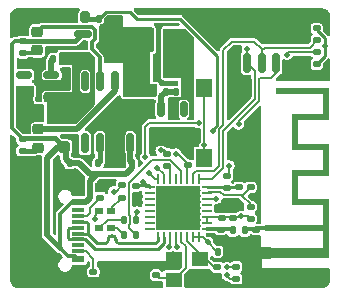
<source format=gtl>
G04 #@! TF.GenerationSoftware,KiCad,Pcbnew,8.0.4*
G04 #@! TF.CreationDate,2024-07-24T18:14:05+02:00*
G04 #@! TF.ProjectId,ESP32-C3-V3,45535033-322d-4433-932d-56332e6b6963,rev?*
G04 #@! TF.SameCoordinates,Original*
G04 #@! TF.FileFunction,Copper,L1,Top*
G04 #@! TF.FilePolarity,Positive*
%FSLAX46Y46*%
G04 Gerber Fmt 4.6, Leading zero omitted, Abs format (unit mm)*
G04 Created by KiCad (PCBNEW 8.0.4) date 2024-07-24 18:14:05*
%MOMM*%
%LPD*%
G01*
G04 APERTURE LIST*
G04 Aperture macros list*
%AMRoundRect*
0 Rectangle with rounded corners*
0 $1 Rounding radius*
0 $2 $3 $4 $5 $6 $7 $8 $9 X,Y pos of 4 corners*
0 Add a 4 corners polygon primitive as box body*
4,1,4,$2,$3,$4,$5,$6,$7,$8,$9,$2,$3,0*
0 Add four circle primitives for the rounded corners*
1,1,$1+$1,$2,$3*
1,1,$1+$1,$4,$5*
1,1,$1+$1,$6,$7*
1,1,$1+$1,$8,$9*
0 Add four rect primitives between the rounded corners*
20,1,$1+$1,$2,$3,$4,$5,0*
20,1,$1+$1,$4,$5,$6,$7,0*
20,1,$1+$1,$6,$7,$8,$9,0*
20,1,$1+$1,$8,$9,$2,$3,0*%
G04 Aperture macros list end*
G04 #@! TA.AperFunction,EtchedComponent*
%ADD10C,0.000000*%
G04 #@! TD*
G04 #@! TA.AperFunction,SMDPad,CuDef*
%ADD11RoundRect,0.140000X-0.170000X0.140000X-0.170000X-0.140000X0.170000X-0.140000X0.170000X0.140000X0*%
G04 #@! TD*
G04 #@! TA.AperFunction,SMDPad,CuDef*
%ADD12RoundRect,0.135000X-0.185000X0.135000X-0.185000X-0.135000X0.185000X-0.135000X0.185000X0.135000X0*%
G04 #@! TD*
G04 #@! TA.AperFunction,SMDPad,CuDef*
%ADD13RoundRect,0.140000X-0.140000X-0.170000X0.140000X-0.170000X0.140000X0.170000X-0.140000X0.170000X0*%
G04 #@! TD*
G04 #@! TA.AperFunction,SMDPad,CuDef*
%ADD14RoundRect,0.140000X0.170000X-0.140000X0.170000X0.140000X-0.170000X0.140000X-0.170000X-0.140000X0*%
G04 #@! TD*
G04 #@! TA.AperFunction,SMDPad,CuDef*
%ADD15RoundRect,0.200000X0.200000X0.275000X-0.200000X0.275000X-0.200000X-0.275000X0.200000X-0.275000X0*%
G04 #@! TD*
G04 #@! TA.AperFunction,SMDPad,CuDef*
%ADD16R,0.700000X0.600000*%
G04 #@! TD*
G04 #@! TA.AperFunction,SMDPad,CuDef*
%ADD17RoundRect,0.218750X-0.256250X0.218750X-0.256250X-0.218750X0.256250X-0.218750X0.256250X0.218750X0*%
G04 #@! TD*
G04 #@! TA.AperFunction,SMDPad,CuDef*
%ADD18R,1.140000X0.600000*%
G04 #@! TD*
G04 #@! TA.AperFunction,SMDPad,CuDef*
%ADD19R,1.140000X0.300000*%
G04 #@! TD*
G04 #@! TA.AperFunction,ComponentPad*
%ADD20O,2.100000X1.000000*%
G04 #@! TD*
G04 #@! TA.AperFunction,ComponentPad*
%ADD21O,1.800000X1.000000*%
G04 #@! TD*
G04 #@! TA.AperFunction,SMDPad,CuDef*
%ADD22RoundRect,0.135000X-0.135000X-0.185000X0.135000X-0.185000X0.135000X0.185000X-0.135000X0.185000X0*%
G04 #@! TD*
G04 #@! TA.AperFunction,ComponentPad*
%ADD23RoundRect,0.250000X0.350000X0.625000X-0.350000X0.625000X-0.350000X-0.625000X0.350000X-0.625000X0*%
G04 #@! TD*
G04 #@! TA.AperFunction,ComponentPad*
%ADD24O,1.200000X1.750000*%
G04 #@! TD*
G04 #@! TA.AperFunction,SMDPad,CuDef*
%ADD25RoundRect,0.135000X0.135000X0.185000X-0.135000X0.185000X-0.135000X-0.185000X0.135000X-0.185000X0*%
G04 #@! TD*
G04 #@! TA.AperFunction,SMDPad,CuDef*
%ADD26RoundRect,0.135000X0.185000X-0.135000X0.185000X0.135000X-0.185000X0.135000X-0.185000X-0.135000X0*%
G04 #@! TD*
G04 #@! TA.AperFunction,SMDPad,CuDef*
%ADD27RoundRect,0.140000X0.140000X0.170000X-0.140000X0.170000X-0.140000X-0.170000X0.140000X-0.170000X0*%
G04 #@! TD*
G04 #@! TA.AperFunction,SMDPad,CuDef*
%ADD28RoundRect,0.250000X-0.250000X0.250000X-0.250000X-0.250000X0.250000X-0.250000X0.250000X0.250000X0*%
G04 #@! TD*
G04 #@! TA.AperFunction,SMDPad,CuDef*
%ADD29RoundRect,0.150000X0.150000X0.700000X-0.150000X0.700000X-0.150000X-0.700000X0.150000X-0.700000X0*%
G04 #@! TD*
G04 #@! TA.AperFunction,SMDPad,CuDef*
%ADD30RoundRect,0.250000X0.250000X1.100000X-0.250000X1.100000X-0.250000X-1.100000X0.250000X-1.100000X0*%
G04 #@! TD*
G04 #@! TA.AperFunction,SMDPad,CuDef*
%ADD31RoundRect,0.150000X-0.587500X-0.150000X0.587500X-0.150000X0.587500X0.150000X-0.587500X0.150000X0*%
G04 #@! TD*
G04 #@! TA.AperFunction,SMDPad,CuDef*
%ADD32R,1.500000X1.500000*%
G04 #@! TD*
G04 #@! TA.AperFunction,SMDPad,CuDef*
%ADD33R,1.400000X1.600000*%
G04 #@! TD*
G04 #@! TA.AperFunction,ConnectorPad*
%ADD34R,0.500000X0.500000*%
G04 #@! TD*
G04 #@! TA.AperFunction,ComponentPad*
%ADD35R,0.500000X0.900000*%
G04 #@! TD*
G04 #@! TA.AperFunction,SMDPad,CuDef*
%ADD36RoundRect,0.150000X-0.150000X0.512500X-0.150000X-0.512500X0.150000X-0.512500X0.150000X0.512500X0*%
G04 #@! TD*
G04 #@! TA.AperFunction,SMDPad,CuDef*
%ADD37RoundRect,0.062500X0.337500X0.062500X-0.337500X0.062500X-0.337500X-0.062500X0.337500X-0.062500X0*%
G04 #@! TD*
G04 #@! TA.AperFunction,SMDPad,CuDef*
%ADD38RoundRect,0.062500X0.062500X0.337500X-0.062500X0.337500X-0.062500X-0.337500X0.062500X-0.337500X0*%
G04 #@! TD*
G04 #@! TA.AperFunction,SMDPad,CuDef*
%ADD39R,3.700000X3.700000*%
G04 #@! TD*
G04 #@! TA.AperFunction,SMDPad,CuDef*
%ADD40R,1.400000X1.200000*%
G04 #@! TD*
G04 #@! TA.AperFunction,SMDPad,CuDef*
%ADD41RoundRect,0.150000X0.150000X-0.675000X0.150000X0.675000X-0.150000X0.675000X-0.150000X-0.675000X0*%
G04 #@! TD*
G04 #@! TA.AperFunction,SMDPad,CuDef*
%ADD42RoundRect,0.150000X0.512500X0.150000X-0.512500X0.150000X-0.512500X-0.150000X0.512500X-0.150000X0*%
G04 #@! TD*
G04 #@! TA.AperFunction,ViaPad*
%ADD43C,0.500000*%
G04 #@! TD*
G04 #@! TA.AperFunction,Conductor*
%ADD44C,0.300000*%
G04 #@! TD*
G04 #@! TA.AperFunction,Conductor*
%ADD45C,0.400000*%
G04 #@! TD*
G04 #@! TA.AperFunction,Conductor*
%ADD46C,0.250000*%
G04 #@! TD*
G04 #@! TA.AperFunction,Conductor*
%ADD47C,0.200000*%
G04 #@! TD*
G04 #@! TA.AperFunction,Conductor*
%ADD48C,0.350000*%
G04 #@! TD*
G04 #@! TA.AperFunction,Conductor*
%ADD49C,0.180000*%
G04 #@! TD*
G04 #@! TA.AperFunction,Conductor*
%ADD50C,0.342400*%
G04 #@! TD*
G04 #@! TA.AperFunction,Conductor*
%ADD51C,0.550000*%
G04 #@! TD*
G04 #@! TA.AperFunction,Conductor*
%ADD52C,0.500000*%
G04 #@! TD*
G04 #@! TA.AperFunction,Conductor*
%ADD53C,0.450000*%
G04 #@! TD*
G04 #@! TA.AperFunction,Conductor*
%ADD54C,0.267200*%
G04 #@! TD*
G04 APERTURE END LIST*
D10*
G04 #@! TA.AperFunction,EtchedComponent*
G04 #@! TO.C,AE1*
G36*
X60325000Y1950000D02*
G01*
X57685000Y1950000D01*
X57685000Y-50000D01*
X60325000Y-50000D01*
X60325000Y-2750000D01*
X57685000Y-2750000D01*
X57685000Y-4750000D01*
X60325000Y-4750000D01*
X60325000Y-9750000D01*
X55168215Y-9750000D01*
X54925000Y-9750000D01*
X54925000Y-9325156D01*
X55028957Y-9325156D01*
X55041065Y-9367819D01*
X55045419Y-9375731D01*
X55078203Y-9413674D01*
X55120605Y-9437742D01*
X55168215Y-9447583D01*
X55216622Y-9442847D01*
X55261416Y-9423185D01*
X55298186Y-9388245D01*
X55315092Y-9355353D01*
X55322982Y-9307267D01*
X55316408Y-9257682D01*
X55296313Y-9212372D01*
X55263643Y-9177112D01*
X55231417Y-9160218D01*
X55183158Y-9151778D01*
X55133632Y-9158309D01*
X55088447Y-9178868D01*
X55053213Y-9212511D01*
X55042600Y-9231122D01*
X55029700Y-9276637D01*
X55028957Y-9325156D01*
X54925000Y-9325156D01*
X54925000Y-8850000D01*
X59825000Y-8850000D01*
X59825000Y-7450000D01*
X54925000Y-7450000D01*
X54925000Y-6950000D01*
X59825000Y-6950000D01*
X59825000Y-5250000D01*
X57185000Y-5250000D01*
X57185000Y-2250000D01*
X59825000Y-2250000D01*
X59825000Y-550000D01*
X57185000Y-550000D01*
X57185000Y2450000D01*
X59825000Y2450000D01*
X59825000Y4150000D01*
X55885000Y4150000D01*
X55885000Y4650000D01*
X60325000Y4650000D01*
X60325000Y1950000D01*
G37*
G04 #@! TD.AperFunction*
G04 #@! TD*
D11*
G04 #@! TO.P,C3,1*
G04 #@! TO.N,Net-(AE1-A)*
X54200000Y-7320000D03*
G04 #@! TO.P,C3,2*
G04 #@! TO.N,GND*
X54200000Y-8280000D03*
G04 #@! TD*
D12*
G04 #@! TO.P,R3,1*
G04 #@! TO.N,Net-(U1-CC2)*
X40400000Y-10890000D03*
G04 #@! TO.P,R3,2*
G04 #@! TO.N,GND*
X40400000Y-11910000D03*
G04 #@! TD*
D11*
G04 #@! TO.P,C5,1*
G04 #@! TO.N,GND*
X48400000Y-920000D03*
G04 #@! TO.P,C5,2*
G04 #@! TO.N,+3.3V*
X48400000Y-1880000D03*
G04 #@! TD*
D12*
G04 #@! TO.P,R14,1*
G04 #@! TO.N,VCC*
X34400000Y360000D03*
G04 #@! TO.P,R14,2*
G04 #@! TO.N,Net-(D3-A)*
X34400000Y-660000D03*
G04 #@! TD*
G04 #@! TO.P,R9,1*
G04 #@! TO.N,+3.3V*
X59300000Y9710000D03*
G04 #@! TO.P,R9,2*
G04 #@! TO.N,MCU_SDA*
X59300000Y8690000D03*
G04 #@! TD*
G04 #@! TO.P,R5,1*
G04 #@! TO.N,Net-(R13-Pad2)*
X51700000Y-2790000D03*
G04 #@! TO.P,R5,2*
G04 #@! TO.N,ADC*
X51700000Y-3810000D03*
G04 #@! TD*
D13*
G04 #@! TO.P,C1,1*
G04 #@! TO.N,+3.3V*
X50920000Y-9200000D03*
G04 #@! TO.P,C1,2*
G04 #@! TO.N,GND*
X51880000Y-9200000D03*
G04 #@! TD*
D14*
G04 #@! TO.P,C12,1*
G04 #@! TO.N,Net-(U3-XTAL_N)*
X45700000Y-11180000D03*
G04 #@! TO.P,C12,2*
G04 #@! TO.N,GND*
X45700000Y-10220000D03*
G04 #@! TD*
D15*
G04 #@! TO.P,R20,1*
G04 #@! TO.N,Net-(R13-Pad2)*
X39725000Y10700000D03*
G04 #@! TO.P,R20,2*
G04 #@! TO.N,GND*
X38075000Y10700000D03*
G04 #@! TD*
D12*
G04 #@! TO.P,R12,1*
G04 #@! TO.N,Rot*
X42800000Y-3590000D03*
G04 #@! TO.P,R12,2*
G04 #@! TO.N,Net-(D1-RK)*
X42800000Y-4610000D03*
G04 #@! TD*
D11*
G04 #@! TO.P,C11,1*
G04 #@! TO.N,+3.3V*
X44000000Y-3620000D03*
G04 #@! TO.P,C11,2*
G04 #@! TO.N,GND*
X44000000Y-4580000D03*
G04 #@! TD*
D14*
G04 #@! TO.P,C13,1*
G04 #@! TO.N,ADC*
X52700000Y-3760000D03*
G04 #@! TO.P,C13,2*
G04 #@! TO.N,GND*
X52700000Y-2800000D03*
G04 #@! TD*
D16*
G04 #@! TO.P,D1,1,RK*
G04 #@! TO.N,Net-(D1-RK)*
X41900000Y-5790000D03*
G04 #@! TO.P,D1,2,A*
G04 #@! TO.N,+3.3V*
X40900000Y-5790000D03*
G04 #@! TO.P,D1,3,BK*
G04 #@! TO.N,Net-(D1-BK)*
X40900000Y-7190000D03*
G04 #@! TO.P,D1,4,GK*
G04 #@! TO.N,Net-(D1-GK)*
X41900000Y-7190000D03*
G04 #@! TD*
D17*
G04 #@! TO.P,D2,1,K*
G04 #@! TO.N,Net-(D2-K)*
X35660000Y9447500D03*
G04 #@! TO.P,D2,2,A*
G04 #@! TO.N,Net-(D2-A)*
X35660000Y7872500D03*
G04 #@! TD*
D11*
G04 #@! TO.P,C6,1*
G04 #@! TO.N,Net-(U3-LNA_IN)*
X51200000Y-7320000D03*
G04 #@! TO.P,C6,2*
G04 #@! TO.N,GND*
X51200000Y-8280000D03*
G04 #@! TD*
D18*
G04 #@! TO.P,U1,A1,GND*
G04 #@! TO.N,GND*
X39070000Y-4210000D03*
G04 #@! TO.P,U1,A4,VBUS*
G04 #@! TO.N,VCC*
X39070000Y-5010000D03*
D19*
G04 #@! TO.P,U1,A5,CC1*
G04 #@! TO.N,Net-(U1-CC1)*
X39070000Y-6160000D03*
G04 #@! TO.P,U1,A6,D+*
G04 #@! TO.N,USB_D+*
X39070000Y-7160000D03*
G04 #@! TO.P,U1,A7,D-*
G04 #@! TO.N,USB_D-*
X39070000Y-7660000D03*
G04 #@! TO.P,U1,A8,SBU1*
G04 #@! TO.N,unconnected-(U1-SBU1-PadA8)*
X39070000Y-8660000D03*
D18*
G04 #@! TO.P,U1,A9,VBUS*
G04 #@! TO.N,VCC*
X39070000Y-9810000D03*
G04 #@! TO.P,U1,A12,GND*
G04 #@! TO.N,GND*
X39070000Y-10610000D03*
G04 #@! TO.P,U1,B1,GND*
X39070000Y-10610000D03*
G04 #@! TO.P,U1,B4,VBUS*
G04 #@! TO.N,VCC*
X39070000Y-9810000D03*
D19*
G04 #@! TO.P,U1,B5,CC2*
G04 #@! TO.N,Net-(U1-CC2)*
X39070000Y-9160000D03*
G04 #@! TO.P,U1,B6,D+*
G04 #@! TO.N,USB_D+*
X39070000Y-8160000D03*
G04 #@! TO.P,U1,B7,D-*
G04 #@! TO.N,USB_D-*
X39070000Y-6660000D03*
G04 #@! TO.P,U1,B8,SBU2*
G04 #@! TO.N,unconnected-(U1-SBU2-PadB8)*
X39070000Y-5660000D03*
D18*
G04 #@! TO.P,U1,B9,VBUS*
G04 #@! TO.N,VCC*
X39070000Y-5010000D03*
G04 #@! TO.P,U1,B12,GND*
G04 #@! TO.N,GND*
X39070000Y-4210000D03*
D20*
G04 #@! TO.P,U1,S1,SHIELD*
X38500000Y-3090000D03*
D21*
X34320000Y-3090000D03*
D20*
X38500000Y-11730000D03*
D21*
X34320000Y-11730000D03*
G04 #@! TD*
D22*
G04 #@! TO.P,R4,1*
G04 #@! TO.N,+BATT*
X45490000Y4350000D03*
G04 #@! TO.P,R4,2*
G04 #@! TO.N,Net-(U5-Vin)*
X46510000Y4350000D03*
G04 #@! TD*
D23*
G04 #@! TO.P,J2,1,Pin_1*
G04 #@! TO.N,Earth*
X46900000Y8750000D03*
D24*
G04 #@! TO.P,J2,2,Pin_2*
G04 #@! TO.N,+BATT*
X44900000Y8750000D03*
G04 #@! TD*
D25*
G04 #@! TO.P,R8,1*
G04 #@! TO.N,Gr\u00FCn*
X44000000Y-7800000D03*
G04 #@! TO.P,R8,2*
G04 #@! TO.N,Net-(D1-GK)*
X42980000Y-7800000D03*
G04 #@! TD*
D26*
G04 #@! TO.P,R1,1*
G04 #@! TO.N,+3.3V*
X52500000Y-11500000D03*
G04 #@! TO.P,R1,2*
G04 #@! TO.N,EXTI*
X52500000Y-10480000D03*
G04 #@! TD*
D27*
G04 #@! TO.P,C8,1*
G04 #@! TO.N,VCC*
X43680000Y-1700000D03*
G04 #@! TO.P,C8,2*
G04 #@! TO.N,GND*
X42720000Y-1700000D03*
G04 #@! TD*
D25*
G04 #@! TO.P,R16,1*
G04 #@! TO.N,GND*
X41810000Y-1700000D03*
G04 #@! TO.P,R16,2*
G04 #@! TO.N,Net-(U4-PROG)*
X40790000Y-1700000D03*
G04 #@! TD*
G04 #@! TO.P,R13,1*
G04 #@! TO.N,+BATT*
X41910000Y10500000D03*
G04 #@! TO.P,R13,2*
G04 #@! TO.N,Net-(R13-Pad2)*
X40890000Y10500000D03*
G04 #@! TD*
D26*
G04 #@! TO.P,R19,1*
G04 #@! TO.N,+3.3V*
X53700000Y-6410000D03*
G04 #@! TO.P,R19,2*
G04 #@! TO.N,CHIP_EN*
X53700000Y-5390000D03*
G04 #@! TD*
D25*
G04 #@! TO.P,L1,1,1*
G04 #@! TO.N,Net-(AE1-A)*
X53210000Y-7400000D03*
G04 #@! TO.P,L1,2,2*
G04 #@! TO.N,Net-(U3-LNA_IN)*
X52190000Y-7400000D03*
G04 #@! TD*
D28*
G04 #@! TO.P,D4,1,K*
G04 #@! TO.N,V_LDO*
X37900000Y2150000D03*
G04 #@! TO.P,D4,2,A*
G04 #@! TO.N,VCC*
X37900000Y-350000D03*
G04 #@! TD*
D29*
G04 #@! TO.P,J1,1,Pin_1*
G04 #@! TO.N,VCC_Sensor*
X55900000Y6800000D03*
G04 #@! TO.P,J1,2,Pin_2*
G04 #@! TO.N,MCU_SDA*
X54650000Y6800000D03*
G04 #@! TO.P,J1,3,Pin_3*
G04 #@! TO.N,MCU_SCL*
X53400000Y6800000D03*
G04 #@! TO.P,J1,4,Pin_4*
G04 #@! TO.N,GND*
X52150000Y6800000D03*
D30*
G04 #@! TO.P,J1,MP,MP*
X57750000Y10000000D03*
X50300000Y10000000D03*
G04 #@! TD*
D25*
G04 #@! TO.P,R15,1*
G04 #@! TO.N,VCC*
X38410000Y-1700000D03*
G04 #@! TO.P,R15,2*
G04 #@! TO.N,GND*
X37390000Y-1700000D03*
G04 #@! TD*
D26*
G04 #@! TO.P,R2,1*
G04 #@! TO.N,Net-(U1-CC1)*
X40990000Y-4610000D03*
G04 #@! TO.P,R2,2*
G04 #@! TO.N,GND*
X40990000Y-3590000D03*
G04 #@! TD*
D17*
G04 #@! TO.P,D3,1,K*
G04 #@! TO.N,Net-(D3-K)*
X35700000Y1187500D03*
G04 #@! TO.P,D3,2,A*
G04 #@! TO.N,Net-(D3-A)*
X35700000Y-387500D03*
G04 #@! TD*
D12*
G04 #@! TO.P,R11,1*
G04 #@! TO.N,VCC*
X34400000Y8620000D03*
G04 #@! TO.P,R11,2*
G04 #@! TO.N,Net-(D2-A)*
X34400000Y7600000D03*
G04 #@! TD*
D26*
G04 #@! TO.P,R10,1*
G04 #@! TO.N,+3.3V*
X59300000Y6690000D03*
G04 #@! TO.P,R10,2*
G04 #@! TO.N,MCU_SCL*
X59300000Y7710000D03*
G04 #@! TD*
D31*
G04 #@! TO.P,Q1,1,G*
G04 #@! TO.N,VCC*
X39525000Y9200000D03*
G04 #@! TO.P,Q1,2,S*
G04 #@! TO.N,V_LDO*
X39525000Y7300000D03*
G04 #@! TO.P,Q1,3,D*
G04 #@! TO.N,+BATT*
X41400000Y8250000D03*
G04 #@! TD*
D32*
G04 #@! TO.P,SW2,1,1*
G04 #@! TO.N,GND*
X53100000Y4700000D03*
D33*
X53100000Y-1300000D03*
G04 #@! TO.P,SW2,2,2*
G04 #@! TO.N,Net-(U3-GPIO9)*
X49800000Y4700000D03*
X49800000Y-1300000D03*
G04 #@! TD*
D14*
G04 #@! TO.P,C14,1*
G04 #@! TO.N,CHIP_EN*
X53700000Y-3760000D03*
G04 #@! TO.P,C14,2*
G04 #@! TO.N,GND*
X53700000Y-2800000D03*
G04 #@! TD*
D34*
G04 #@! TO.P,AE1,1,A*
G04 #@! TO.N,Net-(AE1-A)*
X55175000Y-7200000D03*
D35*
G04 #@! TO.P,AE1,2,GND*
G04 #@! TO.N,GND*
X55175000Y-9300000D03*
G04 #@! TD*
D12*
G04 #@! TO.P,R6,1*
G04 #@! TO.N,+3.3V*
X46600000Y-890000D03*
G04 #@! TO.P,R6,2*
G04 #@! TO.N,GPIO8*
X46600000Y-1910000D03*
G04 #@! TD*
D13*
G04 #@! TO.P,C9,1*
G04 #@! TO.N,+BATT*
X44820000Y5800000D03*
G04 #@! TO.P,C9,2*
G04 #@! TO.N,GND*
X45780000Y5800000D03*
G04 #@! TD*
D25*
G04 #@! TO.P,R7,1*
G04 #@! TO.N,Blau*
X44010000Y-6490000D03*
G04 #@! TO.P,R7,2*
G04 #@! TO.N,Net-(D1-BK)*
X42990000Y-6490000D03*
G04 #@! TD*
G04 #@! TO.P,R18,1*
G04 #@! TO.N,V_LDO*
X38010000Y7100000D03*
G04 #@! TO.P,R18,2*
G04 #@! TO.N,Net-(U2-EN)*
X36990000Y7100000D03*
G04 #@! TD*
D36*
G04 #@! TO.P,U5,1,VT*
G04 #@! TO.N,unconnected-(U5-VT-Pad1)*
X48050000Y2887500D03*
G04 #@! TO.P,U5,2,GND*
G04 #@! TO.N,Earth*
X47100000Y2887500D03*
G04 #@! TO.P,U5,3,Vin*
G04 #@! TO.N,Net-(U5-Vin)*
X46150000Y2887500D03*
G04 #@! TO.P,U5,4,VM*
G04 #@! TO.N,GND*
X46150000Y612500D03*
G04 #@! TO.P,U5,5,VM*
X48050000Y612500D03*
G04 #@! TD*
D11*
G04 #@! TO.P,C7,1*
G04 #@! TO.N,GND*
X51250000Y-5420000D03*
G04 #@! TO.P,C7,2*
G04 #@! TO.N,+3.3V*
X51250000Y-6380000D03*
G04 #@! TD*
D37*
G04 #@! TO.P,U3,1,LNA_IN*
G04 #@! TO.N,Net-(U3-LNA_IN)*
X50050000Y-7250000D03*
G04 #@! TO.P,U3,2,VDD3P3*
G04 #@! TO.N,+3.3V*
X50050000Y-6750000D03*
G04 #@! TO.P,U3,3,VDD3P3*
X50050000Y-6250000D03*
G04 #@! TO.P,U3,4,XTAL_32K_P*
G04 #@! TO.N,unconnected-(U3-XTAL_32K_P-Pad4)*
X50050000Y-5750000D03*
G04 #@! TO.P,U3,5,XTAL_32K_N*
G04 #@! TO.N,unconnected-(U3-XTAL_32K_N-Pad5)*
X50050000Y-5250000D03*
G04 #@! TO.P,U3,6,GPIO2*
G04 #@! TO.N,EXTI*
X50050000Y-4750000D03*
G04 #@! TO.P,U3,7,CHIP_EN*
G04 #@! TO.N,CHIP_EN*
X50050000Y-4250000D03*
G04 #@! TO.P,U3,8,GPIO3*
G04 #@! TO.N,ADC*
X50050000Y-3750000D03*
D38*
G04 #@! TO.P,U3,9,MTMS*
G04 #@! TO.N,MCU_SCL*
X49350000Y-3050000D03*
G04 #@! TO.P,U3,10,MTDI*
G04 #@! TO.N,MCU_SDA*
X48850000Y-3050000D03*
G04 #@! TO.P,U3,11,VDD3P3_RTC*
G04 #@! TO.N,+3.3V*
X48350000Y-3050000D03*
G04 #@! TO.P,U3,12,MTCK*
G04 #@! TO.N,Gr\u00FCn*
X47850000Y-3050000D03*
G04 #@! TO.P,U3,13,MTDO*
G04 #@! TO.N,unconnected-(U3-MTDO-Pad13)*
X47350000Y-3050000D03*
G04 #@! TO.P,U3,14,GPIO8*
G04 #@! TO.N,GPIO8*
X46850000Y-3050000D03*
G04 #@! TO.P,U3,15,GPIO9*
G04 #@! TO.N,Net-(U3-GPIO9)*
X46350000Y-3050000D03*
G04 #@! TO.P,U3,16,GPIO10*
G04 #@! TO.N,VCC_Sensor*
X45850000Y-3050000D03*
D37*
G04 #@! TO.P,U3,17,VDD3P3_CPU*
G04 #@! TO.N,+3.3V*
X45150000Y-3750000D03*
G04 #@! TO.P,U3,18,VDD_SPI*
G04 #@! TO.N,unconnected-(U3-VDD_SPI-Pad18)*
X45150000Y-4250000D03*
G04 #@! TO.P,U3,19,SPIHD*
G04 #@! TO.N,unconnected-(U3-SPIHD-Pad19)*
X45150000Y-4750000D03*
G04 #@! TO.P,U3,20,SPIWP*
G04 #@! TO.N,unconnected-(U3-SPIWP-Pad20)*
X45150000Y-5250000D03*
G04 #@! TO.P,U3,21,SPICS0*
G04 #@! TO.N,unconnected-(U3-SPICS0-Pad21)*
X45150000Y-5750000D03*
G04 #@! TO.P,U3,22,SPICLK*
G04 #@! TO.N,unconnected-(U3-SPICLK-Pad22)*
X45150000Y-6250000D03*
G04 #@! TO.P,U3,23,SPID*
G04 #@! TO.N,unconnected-(U3-SPID-Pad23)*
X45150000Y-6750000D03*
G04 #@! TO.P,U3,24,SPIQ*
G04 #@! TO.N,unconnected-(U3-SPIQ-Pad24)*
X45150000Y-7250000D03*
D38*
G04 #@! TO.P,U3,25,GPIO18*
G04 #@! TO.N,USB_D-*
X45850000Y-7950000D03*
G04 #@! TO.P,U3,26,GPIO19*
G04 #@! TO.N,USB_D+*
X46350000Y-7950000D03*
G04 #@! TO.P,U3,27,U0RXD*
G04 #@! TO.N,Rot*
X46850000Y-7950000D03*
G04 #@! TO.P,U3,28,U0TXD*
G04 #@! TO.N,Blau*
X47350000Y-7950000D03*
G04 #@! TO.P,U3,29,XTAL_N*
G04 #@! TO.N,Net-(U3-XTAL_N)*
X47850000Y-7950000D03*
G04 #@! TO.P,U3,30,XTAL_P*
G04 #@! TO.N,Net-(U3-XTAL_P)*
X48350000Y-7950000D03*
G04 #@! TO.P,U3,31,VDDA*
G04 #@! TO.N,+3.3V*
X48850000Y-7950000D03*
G04 #@! TO.P,U3,32,VDDA*
X49350000Y-7950000D03*
D39*
G04 #@! TO.P,U3,33,GND*
G04 #@! TO.N,GND*
X47600000Y-5500000D03*
G04 #@! TD*
D11*
G04 #@! TO.P,C2,1*
G04 #@! TO.N,GND*
X52200000Y-5420000D03*
G04 #@! TO.P,C2,2*
G04 #@! TO.N,+3.3V*
X52200000Y-6380000D03*
G04 #@! TD*
D13*
G04 #@! TO.P,C4,1*
G04 #@! TO.N,Net-(U5-Vin)*
X47400000Y4350000D03*
G04 #@! TO.P,C4,2*
G04 #@! TO.N,Earth*
X48360000Y4350000D03*
G04 #@! TD*
D40*
G04 #@! TO.P,Y1,1,OSC1*
G04 #@! TO.N,Net-(U3-XTAL_P)*
X49400000Y-9850000D03*
G04 #@! TO.P,Y1,2,GND*
G04 #@! TO.N,GND*
X47200000Y-9850000D03*
G04 #@! TO.P,Y1,3,OSC2*
G04 #@! TO.N,Net-(U3-XTAL_N)*
X47200000Y-11550000D03*
G04 #@! TO.P,Y1,4,GND*
G04 #@! TO.N,GND*
X49400000Y-11550000D03*
G04 #@! TD*
D11*
G04 #@! TO.P,C10,1*
G04 #@! TO.N,Net-(U3-XTAL_P)*
X50900000Y-10520000D03*
G04 #@! TO.P,C10,2*
G04 #@! TO.N,GND*
X50900000Y-11480000D03*
G04 #@! TD*
D41*
G04 #@! TO.P,U4,1,NC*
G04 #@! TO.N,unconnected-(U4-NC-Pad1)*
X39695000Y-25000D03*
G04 #@! TO.P,U4,2,PROG*
G04 #@! TO.N,Net-(U4-PROG)*
X40965000Y-25000D03*
G04 #@! TO.P,U4,3,GND*
G04 #@! TO.N,GND*
X42235000Y-25000D03*
G04 #@! TO.P,U4,4,VCC*
G04 #@! TO.N,VCC*
X43505000Y-25000D03*
G04 #@! TO.P,U4,5,BAT*
G04 #@! TO.N,+BATT*
X43505000Y5225000D03*
G04 #@! TO.P,U4,6,CHRGT*
G04 #@! TO.N,Net-(D3-K)*
X42235000Y5225000D03*
G04 #@! TO.P,U4,7,CHRG*
G04 #@! TO.N,Net-(D2-K)*
X40965000Y5225000D03*
G04 #@! TO.P,U4,8,NTC*
G04 #@! TO.N,unconnected-(U4-NTC-Pad8)*
X39695000Y5225000D03*
G04 #@! TD*
D42*
G04 #@! TO.P,U2,1,Vin*
G04 #@! TO.N,V_LDO*
X36837500Y3860000D03*
G04 #@! TO.P,U2,2,GND*
G04 #@! TO.N,GND*
X36837500Y4810000D03*
G04 #@! TO.P,U2,3,EN*
G04 #@! TO.N,Net-(U2-EN)*
X36837500Y5760000D03*
G04 #@! TO.P,U2,4,NC*
G04 #@! TO.N,unconnected-(U2-NC-Pad4)*
X34562500Y5760000D03*
G04 #@! TO.P,U2,5,Vout*
G04 #@! TO.N,+3.3V*
X34562500Y3860000D03*
G04 #@! TD*
D43*
G04 #@! TO.N,GND*
X42500000Y-12000000D03*
X51400000Y10300000D03*
X47400000Y1100000D03*
X33600000Y-6500000D03*
X57740000Y-11060000D03*
X47700000Y-6900000D03*
X35700000Y-12055240D03*
X42700000Y1100000D03*
X33550459Y10656566D03*
X46300000Y-6000000D03*
X46300000Y-4200000D03*
X47400000Y0D03*
X47700000Y-5100000D03*
X48700000Y-100000D03*
X38100000Y5500000D03*
X46100000Y5200000D03*
X54300000Y2700000D03*
X48700000Y1100000D03*
X53500000Y-8200000D03*
X46700000Y1100000D03*
X48900000Y-6000000D03*
X37499990Y11177366D03*
X48900000Y-6900000D03*
X48900000Y-4200000D03*
X56339962Y-12000000D03*
X52100000Y-1100000D03*
X52400000Y8000000D03*
X58599986Y11168255D03*
X44519904Y11100000D03*
X35800000Y5300000D03*
X46300000Y-5100000D03*
X41800000Y1100000D03*
X35900000Y4560000D03*
X59779962Y-12000000D03*
X34199904Y11178791D03*
X35700000Y3760000D03*
X44200000Y-5100000D03*
X46700000Y0D03*
X52100000Y-8200000D03*
X45800000Y6700000D03*
X45600000Y1100000D03*
X33600000Y336566D03*
X47700000Y-4200000D03*
X54900000Y11100000D03*
X35800000Y6160000D03*
X41800000Y1800000D03*
X48000000Y11100000D03*
X51599865Y-12041666D03*
X46019962Y-12000000D03*
X54300000Y-11060000D03*
X45600000Y-100000D03*
X56660000Y5600000D03*
X53100000Y3700000D03*
X42700000Y1800000D03*
X46300000Y-6900000D03*
X54300000Y-740000D03*
X48900000Y-5100000D03*
X52900000Y-5200000D03*
X60100000Y5600000D03*
X38100000Y4800000D03*
X44900000Y-10400000D03*
X48400000Y-11600000D03*
X54300000Y-4300000D03*
X33700000Y-10000000D03*
X38100000Y6200000D03*
X51400000Y-9800000D03*
X51400000Y11100000D03*
X41800000Y-3400000D03*
X47700000Y-6000000D03*
X60100000Y9600000D03*
G04 #@! TO.N,EXTI*
X51700000Y-10500000D03*
X50800000Y-4700000D03*
G04 #@! TO.N,+3.3V*
X35000000Y4600000D03*
X40500000Y-6400000D03*
X34300000Y3000000D03*
X34300000Y2300000D03*
X47400000Y-900000D03*
X35000000Y2300000D03*
X60000000Y8200000D03*
X46100000Y-600000D03*
X34300000Y4600000D03*
X35700000Y3000000D03*
X44600000Y-3300000D03*
X35000000Y3000000D03*
X52900000Y-6200000D03*
X34300000Y1600000D03*
X51700000Y-11200000D03*
X35700000Y2300000D03*
X50100000Y-8400000D03*
G04 #@! TO.N,MCU_SCL*
X53400000Y8000000D03*
X56800000Y7500000D03*
G04 #@! TO.N,Net-(U3-GPIO9)*
X49800000Y-200000D03*
X45799999Y-2100000D03*
G04 #@! TO.N,Blau*
X44100000Y-5800000D03*
X47500000Y-8800000D03*
G04 #@! TO.N,Rot*
X46800000Y-8800000D03*
X42100000Y-4100000D03*
G04 #@! TO.N,VCC_Sensor*
X49300000Y1700000D03*
X45100000Y-2500000D03*
X52700000Y1600000D03*
X44800000Y-1200000D03*
G04 #@! TO.N,Net-(R13-Pad2)*
X51900000Y-1900000D03*
X50500000Y1000000D03*
G04 #@! TD*
D44*
G04 #@! TO.N,GND*
X37390000Y-1980000D02*
X38500000Y-3090000D01*
D45*
X37499990Y11177366D02*
X37597634Y11177366D01*
D46*
X52100000Y-8200000D02*
X52070000Y-8230000D01*
D47*
X54180000Y-8200000D02*
X54200000Y-8180000D01*
X39070000Y-3660000D02*
X38500000Y-3090000D01*
D46*
X45780000Y5520000D02*
X46100000Y5200000D01*
X51400000Y10300000D02*
X50825000Y10300000D01*
D47*
X53700000Y-1900000D02*
X53100000Y-1300000D01*
D46*
X53100000Y3700000D02*
X53100000Y4700000D01*
D47*
X51330000Y-8200000D02*
X51300000Y-8230000D01*
D46*
X50825000Y10300000D02*
X50575000Y10050000D01*
D47*
X41180000Y-3400000D02*
X40990000Y-3590000D01*
D46*
X45700000Y-10220000D02*
X46830000Y-10220000D01*
D47*
X40400000Y-11910000D02*
X38680000Y-11910000D01*
X48400000Y-11600000D02*
X48685000Y-11600000D01*
D48*
X42235000Y-1215000D02*
X42720000Y-1700000D01*
D47*
X52300000Y-1300000D02*
X53100000Y-1300000D01*
X51038199Y-11480000D02*
X50900000Y-11480000D01*
D45*
X37597634Y11177366D02*
X38075000Y10700000D01*
D49*
X44000000Y-4900000D02*
X44200000Y-5100000D01*
D46*
X52070000Y-8230000D02*
X51300000Y-8230000D01*
D47*
X51780000Y-9420000D02*
X51780000Y-9200000D01*
D46*
X52150000Y7750000D02*
X52150000Y6800000D01*
X45780000Y5800000D02*
X45780000Y5520000D01*
D48*
X42235000Y-25000D02*
X42235000Y-1275000D01*
D47*
X53500000Y-8200000D02*
X54180000Y-8200000D01*
X51400000Y-9800000D02*
X51780000Y-9420000D01*
D46*
X44900000Y-10400000D02*
X45680000Y-10400000D01*
X58599986Y11168255D02*
X58599986Y10624986D01*
X52400000Y8000000D02*
X52150000Y7750000D01*
D47*
X47480000Y0D02*
X48400000Y-920000D01*
D49*
X44000000Y-4580000D02*
X44000000Y-4900000D01*
D46*
X45800000Y6700000D02*
X45780000Y6680000D01*
X46830000Y-10220000D02*
X47200000Y-9850000D01*
X58599986Y10624986D02*
X58025000Y10050000D01*
D44*
X37390000Y-1700000D02*
X37390000Y-1980000D01*
D47*
X39070000Y-11160000D02*
X38500000Y-11730000D01*
D48*
X42235000Y-1275000D02*
X41810000Y-1700000D01*
D47*
X52700000Y-2800000D02*
X52700000Y-1700000D01*
D46*
X45680000Y-10400000D02*
X45700000Y-10420000D01*
D47*
X52680000Y-5420000D02*
X51250000Y-5420000D01*
X52900000Y-5200000D02*
X52680000Y-5420000D01*
X47400000Y0D02*
X47480000Y0D01*
X48685000Y-11600000D02*
X49085000Y-11200000D01*
X52100000Y-1100000D02*
X52300000Y-1300000D01*
X39070000Y-10610000D02*
X39070000Y-11160000D01*
X51599865Y-12041666D02*
X51038199Y-11480000D01*
X41800000Y-3400000D02*
X41180000Y-3400000D01*
X39070000Y-4210000D02*
X39070000Y-3660000D01*
D46*
X45780000Y6680000D02*
X45780000Y5800000D01*
D47*
X38680000Y-11910000D02*
X38500000Y-11730000D01*
D46*
X38610000Y-2980000D02*
X38500000Y-3090000D01*
D47*
X52700000Y-1700000D02*
X53100000Y-1300000D01*
X53700000Y-2800000D02*
X53700000Y-1900000D01*
D48*
X42235000Y-25000D02*
X42235000Y-1215000D01*
D47*
G04 #@! TO.N,EXTI*
X50050000Y-4750000D02*
X50750000Y-4750000D01*
X52480000Y-10500000D02*
X52500000Y-10480000D01*
X51700000Y-10500000D02*
X52480000Y-10500000D01*
X50750000Y-4750000D02*
X50800000Y-4700000D01*
D50*
G04 #@! TO.N,Net-(AE1-A)*
X54200000Y-7220000D02*
X55155000Y-7220000D01*
X54170000Y-7250000D02*
X54200000Y-7220000D01*
X55155000Y-7220000D02*
X55175000Y-7200000D01*
X53310000Y-7250000D02*
X54170000Y-7250000D01*
G04 #@! TO.N,Net-(U3-LNA_IN)*
X50050000Y-7250000D02*
X51280000Y-7250000D01*
X51300000Y-7270000D02*
X52270000Y-7270000D01*
X51280000Y-7250000D02*
X51300000Y-7270000D01*
X52270000Y-7270000D02*
X52290000Y-7250000D01*
D51*
G04 #@! TO.N,Net-(U5-Vin)*
X46150000Y3990000D02*
X46150000Y2887500D01*
X47400000Y4350000D02*
X46510000Y4350000D01*
X46510000Y4350000D02*
X46150000Y3990000D01*
D45*
G04 #@! TO.N,VCC*
X34400000Y360000D02*
X34440000Y400000D01*
D44*
X38287000Y-9587000D02*
X37600000Y-8900000D01*
D52*
X43505000Y-1525000D02*
X43680000Y-1700000D01*
D45*
X39400000Y9200000D02*
X38837000Y8637000D01*
D52*
X38410000Y-1700000D02*
X38037000Y-1327000D01*
X40100000Y-4654000D02*
X40100000Y-3200000D01*
X40100000Y-2600000D02*
X39200000Y-1700000D01*
D44*
X38590000Y-5010000D02*
X39070000Y-5010000D01*
X37600000Y-8900000D02*
X37600000Y-6000000D01*
D48*
X33514760Y8409379D02*
X33514760Y1245240D01*
D44*
X37600000Y-6000000D02*
X38590000Y-5010000D01*
D52*
X37400000Y-350000D02*
X37900000Y-350000D01*
D44*
X38847000Y-9587000D02*
X38287000Y-9587000D01*
D52*
X43505000Y-25000D02*
X43505000Y-1525000D01*
X40700000Y-2600000D02*
X43200000Y-2600000D01*
X40100000Y-3200000D02*
X40450000Y-2850000D01*
X39744000Y-5010000D02*
X40100000Y-4654000D01*
X40450000Y-2850000D02*
X40700000Y-2600000D01*
D48*
X33725381Y8620000D02*
X33514760Y8409379D01*
D52*
X43680000Y-2120000D02*
X43680000Y-1700000D01*
D48*
X34400000Y8620000D02*
X33725381Y8620000D01*
D53*
X37600000Y-8900000D02*
X36500000Y-7800000D01*
D52*
X38037000Y-487000D02*
X37900000Y-350000D01*
X38037000Y-1327000D02*
X38037000Y-487000D01*
D45*
X38837000Y8637000D02*
X34417000Y8637000D01*
D52*
X39200000Y-1700000D02*
X38410000Y-1700000D01*
D45*
X34440000Y400000D02*
X37150000Y400000D01*
D52*
X39070000Y-5010000D02*
X39744000Y-5010000D01*
X40700000Y-2600000D02*
X40100000Y-2600000D01*
D45*
X39525000Y9200000D02*
X39400000Y9200000D01*
D48*
X33514760Y1245240D02*
X34400000Y360000D01*
D52*
X36500000Y-7800000D02*
X36500000Y-1250000D01*
X36500000Y-1250000D02*
X37400000Y-350000D01*
D44*
X39070000Y-9810000D02*
X38847000Y-9587000D01*
D45*
X34417000Y8637000D02*
X34400000Y8620000D01*
X37150000Y400000D02*
X37900000Y-350000D01*
D52*
X43200000Y-2600000D02*
X43680000Y-2120000D01*
D44*
G04 #@! TO.N,Net-(D2-A)*
X34400000Y7600000D02*
X35387500Y7600000D01*
X35387500Y7600000D02*
X35660000Y7872500D01*
D46*
G04 #@! TO.N,+3.3V*
X46100000Y-600000D02*
X46310000Y-600000D01*
D47*
X47400000Y-900000D02*
X47547102Y-900000D01*
X48350000Y-3050000D02*
X48350000Y-1930000D01*
D46*
X44980000Y-3580000D02*
X45150000Y-3750000D01*
X44880000Y-3580000D02*
X44980000Y-3580000D01*
D47*
X48350000Y-1930000D02*
X48400000Y-1880000D01*
X40500000Y-6400000D02*
X40500000Y-6190000D01*
X47547102Y-900000D02*
X48400000Y-1752898D01*
D46*
X44000000Y-3580000D02*
X44980000Y-3580000D01*
D47*
X48400000Y-1752898D02*
X48400000Y-1880000D01*
X50050000Y-6250000D02*
X50050000Y-6750000D01*
X40500000Y-6190000D02*
X40900000Y-5790000D01*
D46*
X60000000Y8861042D02*
X60000000Y8200000D01*
D47*
X51700000Y-11200000D02*
X52000000Y-11500000D01*
X50900000Y-9200000D02*
X50100000Y-8400000D01*
D46*
X60000000Y7390000D02*
X59300000Y6690000D01*
D47*
X50920000Y-9200000D02*
X50900000Y-9200000D01*
X52850000Y-6250000D02*
X50050000Y-6250000D01*
X50100000Y-8400000D02*
X49650000Y-7950000D01*
X49350000Y-7950000D02*
X48850000Y-7950000D01*
D46*
X46310000Y-600000D02*
X46600000Y-890000D01*
X60000000Y8200000D02*
X60000000Y7390000D01*
X44600000Y-3300000D02*
X44880000Y-3580000D01*
D47*
X53490000Y-6200000D02*
X53700000Y-6410000D01*
D46*
X59300000Y9710000D02*
X59300000Y9561042D01*
D47*
X52900000Y-6200000D02*
X52850000Y-6250000D01*
D46*
X59300000Y9561042D02*
X60000000Y8861042D01*
D47*
X49650000Y-7950000D02*
X49350000Y-7950000D01*
X52000000Y-11500000D02*
X52500000Y-11500000D01*
X52900000Y-6200000D02*
X53490000Y-6200000D01*
X41000000Y-5890000D02*
X40900000Y-5790000D01*
D48*
G04 #@! TO.N,Net-(D2-K)*
X40310000Y7940000D02*
X40965000Y7285000D01*
X36014500Y9802000D02*
X40303882Y9802000D01*
X40310000Y8540882D02*
X40310000Y7940000D01*
X40564500Y8795382D02*
X40310000Y8540882D01*
X40965000Y7285000D02*
X40965000Y5225000D01*
X40564500Y9541382D02*
X40564500Y8795382D01*
X40303882Y9802000D02*
X40564500Y9541382D01*
X35660000Y9447500D02*
X36014500Y9802000D01*
D47*
G04 #@! TO.N,Net-(U1-CC1)*
X40100000Y-5900000D02*
X40100000Y-5500000D01*
X40100000Y-5500000D02*
X40990000Y-4610000D01*
X39840000Y-6160000D02*
X40100000Y-5900000D01*
X39070000Y-6160000D02*
X39840000Y-6160000D01*
G04 #@! TO.N,Net-(U1-CC2)*
X39744000Y-9160000D02*
X39070000Y-9160000D01*
X40400000Y-10890000D02*
X40400000Y-9816000D01*
X40400000Y-9816000D02*
X39744000Y-9160000D01*
G04 #@! TO.N,CHIP_EN*
X51429311Y-4374999D02*
X52884999Y-4374999D01*
X53085001Y-4374999D02*
X52884999Y-4374999D01*
X50198000Y-4102000D02*
X51156312Y-4102000D01*
X51156312Y-4102000D02*
X51429311Y-4374999D01*
X50050000Y-4250000D02*
X50198000Y-4102000D01*
X52884999Y-4374999D02*
X53000000Y-4490000D01*
X53700000Y-3760000D02*
X53085001Y-4374999D01*
X53000000Y-4490000D02*
X53700000Y-5190000D01*
D54*
G04 #@! TO.N,USB_D+*
X39504800Y-8145200D02*
X39712576Y-8145200D01*
X39490000Y-8160000D02*
X39504800Y-8145200D01*
X40502576Y-8935200D02*
X45864800Y-8935200D01*
X38239400Y-8070600D02*
X38328800Y-8160000D01*
X39070000Y-8160000D02*
X39490000Y-8160000D01*
X39070000Y-7160000D02*
X38328800Y-7160000D01*
X38328800Y-7160000D02*
X38239400Y-7249400D01*
X46350000Y-8450000D02*
X46350000Y-7950000D01*
X38328800Y-8160000D02*
X39070000Y-8160000D01*
X38239400Y-7249400D02*
X38239400Y-8070600D01*
X45864800Y-8935200D02*
X46350000Y-8450000D01*
X39712576Y-8145200D02*
X40502576Y-8935200D01*
G04 #@! TO.N,USB_D-*
X39504800Y-7674800D02*
X39907424Y-7674800D01*
X41913298Y-7839083D02*
X42033298Y-7839083D01*
X42633298Y-8464800D02*
X42900000Y-8464800D01*
X42900000Y-8464800D02*
X45635200Y-8464800D01*
X40182727Y-7950103D02*
X39907424Y-7674800D01*
X39070000Y-6660000D02*
X39811200Y-6660000D01*
X39900600Y-6749400D02*
X39900600Y-7667976D01*
X39900600Y-7667976D02*
X39907424Y-7674800D01*
X39490000Y-7660000D02*
X39504800Y-7674800D01*
X45850000Y-8250000D02*
X45850000Y-7950000D01*
X42513298Y-8464800D02*
X42633298Y-8464800D01*
X45635200Y-8464800D02*
X45850000Y-8250000D01*
X42273298Y-8079083D02*
X42273298Y-8224800D01*
X41433298Y-8464800D02*
X40697424Y-8464800D01*
X41673298Y-8224800D02*
X41673298Y-8079083D01*
X39070000Y-7660000D02*
X39490000Y-7660000D01*
X40697424Y-8464800D02*
X40182727Y-7950103D01*
X39811200Y-6660000D02*
X39900600Y-6749400D01*
X42273298Y-8224800D02*
G75*
G03*
X42513298Y-8464802I240002J0D01*
G01*
X41673298Y-8079083D02*
G75*
G02*
X41913298Y-7839098I240002J-17D01*
G01*
X42033298Y-7839083D02*
G75*
G02*
X42273317Y-8079083I2J-240017D01*
G01*
X41433298Y-8464800D02*
G75*
G03*
X41673300Y-8224800I2J240000D01*
G01*
D45*
G04 #@! TO.N,Net-(U4-PROG)*
X40965000Y-1525000D02*
X40790000Y-1700000D01*
X40965000Y-25000D02*
X40965000Y-1525000D01*
D52*
G04 #@! TO.N,Net-(D3-K)*
X42235000Y4400001D02*
X42235000Y5225000D01*
X35700000Y1187500D02*
X39022499Y1187500D01*
X39022499Y1187500D02*
X42235000Y4400001D01*
D47*
G04 #@! TO.N,MCU_SCL*
X53400000Y8000000D02*
X53400000Y6800000D01*
X54077000Y6123000D02*
X53400000Y6800000D01*
X50450000Y-3050000D02*
X51400000Y-2100000D01*
X49350000Y-3050000D02*
X50450000Y-3050000D01*
X57000000Y7700000D02*
X56800000Y7500000D01*
X51400000Y1046000D02*
X54077000Y3723000D01*
X54077000Y3723000D02*
X54077000Y6123000D01*
X59290000Y7700000D02*
X57000000Y7700000D01*
X59300000Y7710000D02*
X59290000Y7700000D01*
X51400000Y-2100000D02*
X51400000Y1046000D01*
G04 #@! TO.N,GPIO8*
X46850000Y-2160000D02*
X46600000Y-1910000D01*
X46850000Y-3050000D02*
X46850000Y-2160000D01*
G04 #@! TO.N,Net-(U3-GPIO9)*
X49800000Y-200000D02*
X49800000Y-1300000D01*
X45799999Y-2100000D02*
X46350000Y-2650001D01*
X46350000Y-2650001D02*
X46350000Y-3050000D01*
X49800000Y4700000D02*
X49800000Y-200000D01*
G04 #@! TO.N,Net-(D1-BK)*
X40910000Y-7190000D02*
X41610000Y-6490000D01*
X41610000Y-6490000D02*
X42990000Y-6490000D01*
X40900000Y-7190000D02*
X40910000Y-7190000D01*
G04 #@! TO.N,MCU_SDA*
X58700000Y8090000D02*
X59300000Y8690000D01*
X48850000Y-3050000D02*
X48850000Y-2650001D01*
X54890000Y8090000D02*
X58700000Y8090000D01*
X52100000Y8600000D02*
X54000000Y8600000D01*
X51400000Y1508448D02*
X51400000Y7900000D01*
X51400000Y7900000D02*
X52100000Y8600000D01*
X54650000Y7850000D02*
X54650000Y6800000D01*
X51073000Y-1964552D02*
X51073000Y1181448D01*
X54000000Y8600000D02*
X54650000Y7950000D01*
X50637552Y-2400000D02*
X51073000Y-1964552D01*
X54890000Y8090000D02*
X54650000Y7850000D01*
X48850000Y-2650001D02*
X49100001Y-2400000D01*
X54650000Y7950000D02*
X54650000Y6800000D01*
X49100001Y-2400000D02*
X50637552Y-2400000D01*
X51073000Y1181448D02*
X51400000Y1508448D01*
G04 #@! TO.N,Net-(D1-GK)*
X42370000Y-7190000D02*
X42980000Y-7800000D01*
X41900000Y-7190000D02*
X42370000Y-7190000D01*
D49*
G04 #@! TO.N,Net-(D1-RK)*
X42800000Y-4610000D02*
X41900000Y-5510000D01*
X41900000Y-5510000D02*
X41900000Y-5790000D01*
D45*
G04 #@! TO.N,Net-(D3-A)*
X34400000Y-660000D02*
X35427500Y-660000D01*
X35427500Y-660000D02*
X35700000Y-387500D01*
D47*
G04 #@! TO.N,Gr\u00FCn*
X43400000Y-7200000D02*
X44000000Y-7800000D01*
X43487000Y-6151312D02*
X43487000Y-6828688D01*
X46925688Y-1400000D02*
X45373000Y-1400000D01*
X43400000Y-6915688D02*
X43400000Y-7200000D01*
X45373000Y-1400000D02*
X43400000Y-3373000D01*
X43400000Y-3373000D02*
X43400000Y-6064312D01*
X43400000Y-6064312D02*
X43487000Y-6151312D01*
X47850000Y-2324312D02*
X46925688Y-1400000D01*
X43487000Y-6828688D02*
X43400000Y-6915688D01*
X47850000Y-3050000D02*
X47850000Y-2324312D01*
G04 #@! TO.N,Blau*
X47350000Y-8650000D02*
X47500000Y-8800000D01*
X44010000Y-5890000D02*
X44010000Y-6490000D01*
X44100000Y-5800000D02*
X44010000Y-5890000D01*
X47350000Y-7950000D02*
X47350000Y-8650000D01*
G04 #@! TO.N,Rot*
X46850000Y-8750000D02*
X46850000Y-7950000D01*
X46800000Y-8800000D02*
X46850000Y-8750000D01*
D49*
X42100000Y-4100000D02*
X42290000Y-4100000D01*
X42290000Y-4100000D02*
X42800000Y-3590000D01*
D47*
G04 #@! TO.N,Net-(U3-XTAL_P)*
X48350000Y-8300000D02*
X50570000Y-10520000D01*
X48350000Y-7950000D02*
X48350000Y-8300000D01*
X50570000Y-10520000D02*
X50900000Y-10520000D01*
G04 #@! TO.N,Net-(U3-XTAL_N)*
X45920000Y-11400000D02*
X45700000Y-11180000D01*
X47200000Y-11550000D02*
X47050000Y-11400000D01*
X47050000Y-11400000D02*
X45920000Y-11400000D01*
X47850000Y-7950000D02*
X47850000Y-8356224D01*
X48200000Y-10550000D02*
X47200000Y-11550000D01*
X48200000Y-8706224D02*
X48200000Y-10550000D01*
X47850000Y-8356224D02*
X48200000Y-8706224D01*
D52*
G04 #@! TO.N,Net-(U2-EN)*
X36837500Y5760000D02*
X36837500Y6947500D01*
X36837500Y6947500D02*
X36990000Y7100000D01*
D47*
G04 #@! TO.N,VCC_Sensor*
X52700000Y1600000D02*
X52700000Y1883552D01*
X44800000Y1400000D02*
X45100000Y1700000D01*
X45850000Y-3050000D02*
X45650000Y-3050000D01*
X45650000Y-3050000D02*
X45100000Y-2500000D01*
X45100000Y1700000D02*
X49300000Y1700000D01*
X44800000Y-1200000D02*
X44800000Y1400000D01*
X54500000Y5500000D02*
X55449999Y5500000D01*
X54404000Y5404000D02*
X54500000Y5500000D01*
X55449999Y5500000D02*
X55900000Y5950001D01*
X55900000Y5950001D02*
X55900000Y6800000D01*
X54404000Y3587552D02*
X54404000Y5404000D01*
X52700000Y1883552D02*
X54404000Y3587552D01*
D46*
G04 #@! TO.N,ADC*
X51640000Y-3750000D02*
X51700000Y-3810000D01*
X52700000Y-3760000D02*
X51750000Y-3760000D01*
X51750000Y-3760000D02*
X51700000Y-3810000D01*
X50050000Y-3750000D02*
X51640000Y-3750000D01*
D47*
G04 #@! TO.N,Net-(R13-Pad2)*
X51900000Y-2590000D02*
X51700000Y-2790000D01*
D46*
X50900000Y1506252D02*
X50500000Y1106252D01*
X50500000Y1106252D02*
X50500000Y1000000D01*
X43500000Y11100000D02*
X44100000Y10500000D01*
D45*
X39725000Y10700000D02*
X39925000Y10500000D01*
D46*
X50900000Y7333138D02*
X50900000Y1506252D01*
X47733138Y10500000D02*
X50900000Y7333138D01*
X44100000Y10500000D02*
X47733138Y10500000D01*
D47*
X51900000Y-1900000D02*
X51900000Y-2590000D01*
D46*
X40890000Y10500000D02*
X41490000Y11100000D01*
D45*
X39925000Y10500000D02*
X40890000Y10500000D01*
D46*
X41490000Y11100000D02*
X43500000Y11100000D01*
G04 #@! TD*
G04 #@! TA.AperFunction,Conductor*
G04 #@! TO.N,GND*
G36*
X48900000Y-300000D02*
G01*
X46366392Y-300000D01*
X46338342Y-271950D01*
X46225304Y-214354D01*
X46225303Y-214353D01*
X46225300Y-214352D01*
X46100003Y-194508D01*
X46099997Y-194508D01*
X45974699Y-214352D01*
X45974698Y-214352D01*
X45899337Y-252751D01*
X45861658Y-271950D01*
X45861657Y-271951D01*
X45861652Y-271954D01*
X45833606Y-300000D01*
X45400000Y-300000D01*
X45400000Y1300000D01*
X48900000Y1300000D01*
X48900000Y-300000D01*
G37*
G04 #@! TD.AperFunction*
G04 #@! TD*
G04 #@! TA.AperFunction,Conductor*
G04 #@! TO.N,Earth*
G36*
X48191726Y9680315D02*
G01*
X48212368Y9663681D01*
X48863681Y9012368D01*
X48897166Y8951045D01*
X48900000Y8924687D01*
X48900000Y2051500D01*
X48880315Y1984461D01*
X48827511Y1938706D01*
X48776000Y1927500D01*
X48444307Y1927500D01*
X48377268Y1947185D01*
X48331513Y1999989D01*
X48321569Y2069147D01*
X48350594Y2132703D01*
X48356626Y2139181D01*
X48359542Y2142097D01*
X48432903Y2215458D01*
X48474808Y2310366D01*
X48477500Y2333568D01*
X48477500Y3441432D01*
X48474808Y3464634D01*
X48432903Y3559542D01*
X48359542Y3632903D01*
X48359539Y3632905D01*
X48359538Y3632905D01*
X48264635Y3674808D01*
X48241433Y3677500D01*
X48241432Y3677500D01*
X47876862Y3677500D01*
X47841791Y3687798D01*
X47807637Y3662565D01*
X47740461Y3632905D01*
X47740456Y3632902D01*
X47667098Y3559544D01*
X47667095Y3559539D01*
X47625192Y3464637D01*
X47625192Y3464635D01*
X47622500Y3441434D01*
X47622500Y2333567D01*
X47625192Y2310366D01*
X47625192Y2310364D01*
X47667095Y2215462D01*
X47667098Y2215457D01*
X47743374Y2139181D01*
X47776859Y2077858D01*
X47771875Y2008166D01*
X47730003Y1952233D01*
X47664539Y1927816D01*
X47655693Y1927500D01*
X46824000Y1927500D01*
X46756961Y1947185D01*
X46711206Y1999989D01*
X46700000Y2051500D01*
X46700000Y3776000D01*
X46719685Y3843039D01*
X46772489Y3888794D01*
X46824000Y3900000D01*
X47757552Y3900000D01*
X47790364Y3890365D01*
X47800000Y3900000D01*
X47800000Y4103736D01*
X47802382Y4127924D01*
X47807500Y4153652D01*
X47807500Y4546348D01*
X47802383Y4572075D01*
X47800000Y4596266D01*
X47800000Y5500000D01*
X46424000Y5500000D01*
X46356961Y5519685D01*
X46311206Y5572489D01*
X46300000Y5624000D01*
X46300000Y9576000D01*
X46319685Y9643039D01*
X46372489Y9688794D01*
X46424000Y9700000D01*
X48124687Y9700000D01*
X48191726Y9680315D01*
G37*
G04 #@! TD.AperFunction*
G04 #@! TD*
G04 #@! TA.AperFunction,Conductor*
G04 #@! TO.N,V_LDO*
G36*
X40137878Y7680315D02*
G01*
X40158520Y7663681D01*
X40463681Y7358520D01*
X40497166Y7297197D01*
X40500000Y7270839D01*
X40500000Y3250229D01*
X40480315Y3183190D01*
X40463681Y3162548D01*
X38937453Y1636319D01*
X38876130Y1602834D01*
X38849772Y1600000D01*
X36624000Y1600000D01*
X36556961Y1619685D01*
X36511206Y1672489D01*
X36500000Y1724000D01*
X36500000Y3500000D01*
X36324000Y3500000D01*
X36256961Y3519685D01*
X36211206Y3572489D01*
X36200000Y3624000D01*
X36200000Y4176000D01*
X36219685Y4243039D01*
X36272489Y4288794D01*
X36324000Y4300000D01*
X38600000Y4300000D01*
X38600000Y5941434D01*
X39267500Y5941434D01*
X39267500Y4508567D01*
X39270192Y4485366D01*
X39270192Y4485364D01*
X39301546Y4414354D01*
X39312097Y4390458D01*
X39385458Y4317097D01*
X39480366Y4275192D01*
X39503568Y4272500D01*
X39503569Y4272500D01*
X39886431Y4272500D01*
X39886432Y4272500D01*
X39909634Y4275192D01*
X40004542Y4317097D01*
X40077903Y4390458D01*
X40119808Y4485366D01*
X40122500Y4508568D01*
X40122500Y5941432D01*
X40119808Y5964634D01*
X40077903Y6059542D01*
X40004542Y6132903D01*
X40004539Y6132905D01*
X40004538Y6132905D01*
X39909635Y6174808D01*
X39886433Y6177500D01*
X39886432Y6177500D01*
X39503568Y6177500D01*
X39503566Y6177500D01*
X39480365Y6174808D01*
X39480363Y6174808D01*
X39385461Y6132905D01*
X39385456Y6132902D01*
X39312098Y6059544D01*
X39312095Y6059539D01*
X39270192Y5964637D01*
X39270192Y5964635D01*
X39267500Y5941434D01*
X38600000Y5941434D01*
X38600000Y6600000D01*
X38144432Y6600000D01*
X38125035Y6601527D01*
X38110970Y6603755D01*
X38100001Y6605492D01*
X38099999Y6605492D01*
X38089029Y6603755D01*
X38074964Y6601527D01*
X38055568Y6600000D01*
X37624000Y6600000D01*
X37556961Y6619685D01*
X37511206Y6672489D01*
X37500000Y6724000D01*
X37500000Y7576000D01*
X37519685Y7643039D01*
X37572489Y7688794D01*
X37624000Y7700000D01*
X40070839Y7700000D01*
X40137878Y7680315D01*
G37*
G04 #@! TD.AperFunction*
G04 #@! TD*
G04 #@! TA.AperFunction,Conductor*
G04 #@! TO.N,GND*
G36*
X38114587Y6469440D02*
G01*
X38114602Y6469440D01*
X38114636Y6469436D01*
X38134033Y6467909D01*
X38136806Y6467800D01*
X38144421Y6467500D01*
X38144432Y6467500D01*
X38343500Y6467500D01*
X38410539Y6447815D01*
X38456294Y6395011D01*
X38467500Y6343500D01*
X38467500Y4556500D01*
X38447815Y4489461D01*
X38395011Y4443706D01*
X38343500Y4432500D01*
X36323997Y4432500D01*
X36295834Y4429473D01*
X36244321Y4418266D01*
X36185718Y4388931D01*
X36132916Y4343176D01*
X36132913Y4343173D01*
X36092554Y4280375D01*
X36092553Y4280373D01*
X36072866Y4213329D01*
X36067500Y4176004D01*
X36067500Y4139991D01*
X36056935Y4089907D01*
X36050192Y4074636D01*
X36047500Y4051434D01*
X36047500Y3668567D01*
X36050192Y3645365D01*
X36063972Y3614155D01*
X36071703Y3590430D01*
X36073350Y3582859D01*
X36068366Y3513167D01*
X36058509Y3500000D01*
X35525609Y3500000D01*
X35521286Y3504989D01*
X35517292Y3514828D01*
X35505857Y3546875D01*
X35505610Y3551190D01*
X35503212Y3555896D01*
X35501838Y3558794D01*
X35501115Y3560165D01*
X35501112Y3560173D01*
X35499168Y3563857D01*
X35498429Y3565284D01*
X35489474Y3582859D01*
X35457626Y3645365D01*
X35450853Y3658658D01*
X35438865Y3695554D01*
X35431730Y3740603D01*
X35431730Y3779399D01*
X35438865Y3824448D01*
X35450851Y3861342D01*
X35481768Y3922019D01*
X35488984Y3934182D01*
X35489690Y3935412D01*
X35489702Y3935429D01*
X35507448Y3972870D01*
X35527133Y4039909D01*
X35532500Y4077240D01*
X35532500Y4736000D01*
X35529472Y4764166D01*
X35518266Y4815677D01*
X35488931Y4874280D01*
X35488930Y4874282D01*
X35463892Y4903176D01*
X35443176Y4927084D01*
X35443173Y4927086D01*
X35443172Y4927087D01*
X35400000Y4954833D01*
X35400000Y6460000D01*
X36400000Y6460000D01*
X36400000Y6209528D01*
X36387511Y6198706D01*
X36336000Y6187500D01*
X36283566Y6187500D01*
X36260365Y6184808D01*
X36260363Y6184808D01*
X36165461Y6142905D01*
X36165456Y6142902D01*
X36092098Y6069544D01*
X36092095Y6069539D01*
X36050192Y5974637D01*
X36050192Y5974635D01*
X36047500Y5951434D01*
X36047500Y5568567D01*
X36050192Y5545366D01*
X36050192Y5545364D01*
X36092095Y5450462D01*
X36092097Y5450458D01*
X36165458Y5377097D01*
X36260366Y5335192D01*
X36283568Y5332500D01*
X36283569Y5332500D01*
X37391431Y5332500D01*
X37391432Y5332500D01*
X37414634Y5335192D01*
X37470820Y5360000D01*
X37700000Y5360000D01*
X37700000Y6467500D01*
X38055579Y6467500D01*
X38062717Y6467782D01*
X38065967Y6467909D01*
X38085363Y6469436D01*
X38085397Y6469440D01*
X38085413Y6469440D01*
X38087787Y6469627D01*
X38087802Y6469440D01*
X38112198Y6469440D01*
X38112213Y6469627D01*
X38114587Y6469440D01*
G37*
G04 #@! TD.AperFunction*
G04 #@! TD*
G04 #@! TA.AperFunction,Conductor*
G04 #@! TO.N,GND*
G36*
X43200000Y884910D02*
G01*
X43195461Y882905D01*
X43195456Y882902D01*
X43122098Y809544D01*
X43122095Y809539D01*
X43080192Y714637D01*
X43080192Y714635D01*
X43077500Y691434D01*
X43077500Y-741433D01*
X43080192Y-764634D01*
X43080192Y-764636D01*
X43116935Y-847851D01*
X43127500Y-897936D01*
X43127500Y-1475301D01*
X43127500Y-1574699D01*
X43153226Y-1670710D01*
X43200000Y-1751723D01*
X43200000Y-2066131D01*
X43166132Y-2100000D01*
X41400000Y-2100000D01*
X41400000Y2200000D01*
X43200000Y2200000D01*
X43200000Y884910D01*
G37*
G04 #@! TD.AperFunction*
G04 #@! TD*
G04 #@! TA.AperFunction,Conductor*
G04 #@! TO.N,+3.3V*
G36*
X35343039Y4840315D02*
G01*
X35388794Y4787511D01*
X35400000Y4736000D01*
X35400000Y4077240D01*
X35380315Y4010201D01*
X35376321Y4004358D01*
X35371951Y3998343D01*
X35314352Y3885302D01*
X35314352Y3885301D01*
X35294508Y3760004D01*
X35294508Y3759997D01*
X35314352Y3634700D01*
X35314352Y3634699D01*
X35314354Y3634696D01*
X35371950Y3521658D01*
X35371952Y3521656D01*
X35376318Y3515646D01*
X35399798Y3449840D01*
X35400000Y3442761D01*
X35400000Y3300000D01*
X36076000Y3300000D01*
X36143039Y3280315D01*
X36188794Y3227511D01*
X36200000Y3176000D01*
X36200000Y1866641D01*
X36180315Y1799602D01*
X36127511Y1753847D01*
X36058353Y1743903D01*
X36052498Y1745170D01*
X35996819Y1752500D01*
X35403187Y1752500D01*
X35352750Y1745861D01*
X35352748Y1745860D01*
X35242085Y1694256D01*
X35155744Y1607915D01*
X35104138Y1497247D01*
X35097500Y1446820D01*
X35097500Y928186D01*
X35101187Y900181D01*
X35090419Y831146D01*
X35044037Y778892D01*
X34978247Y760000D01*
X34479162Y760000D01*
X34412123Y779685D01*
X34391481Y796319D01*
X33853579Y1334221D01*
X33820094Y1395544D01*
X33817260Y1421902D01*
X33817260Y4736000D01*
X33836945Y4803039D01*
X33889749Y4848794D01*
X33941260Y4860000D01*
X35276000Y4860000D01*
X35343039Y4840315D01*
G37*
G04 #@! TD.AperFunction*
G04 #@! TD*
G04 #@! TA.AperFunction,Conductor*
G04 #@! TO.N,+BATT*
G36*
X42843039Y10827815D02*
G01*
X42888794Y10775011D01*
X42900000Y10723500D01*
X42900000Y9800000D01*
X45376000Y9800000D01*
X45443039Y9780315D01*
X45488794Y9727511D01*
X45500000Y9676000D01*
X45500000Y7824000D01*
X45480315Y7756961D01*
X45427511Y7711206D01*
X45376000Y7700000D01*
X45200000Y7700000D01*
X45200000Y5000000D01*
X45676000Y5000000D01*
X45743039Y4980315D01*
X45788794Y4927511D01*
X45800000Y4876000D01*
X45800000Y4222007D01*
X45783387Y4160007D01*
X45774931Y4145362D01*
X45774930Y4145361D01*
X45763542Y4102859D01*
X45747500Y4042990D01*
X45747500Y4042988D01*
X45747500Y4024000D01*
X45727815Y3956961D01*
X45675011Y3911206D01*
X45623500Y3900000D01*
X43024000Y3900000D01*
X42956961Y3919685D01*
X42911206Y3972489D01*
X42900000Y4024000D01*
X42900000Y6800000D01*
X41391500Y6800000D01*
X41324461Y6819685D01*
X41278706Y6872489D01*
X41267500Y6924000D01*
X41267500Y7324823D01*
X41267500Y7324825D01*
X41246885Y7401761D01*
X41246883Y7401764D01*
X41246883Y7401766D01*
X41246882Y7401767D01*
X41207063Y7470733D01*
X41207060Y7470739D01*
X41150739Y7527060D01*
X40936319Y7741480D01*
X40902834Y7802803D01*
X40900000Y7829161D01*
X40900000Y9928500D01*
X40919685Y9995539D01*
X40972489Y10041294D01*
X41024000Y10052500D01*
X41050857Y10052500D01*
X41050858Y10052501D01*
X41127423Y10067730D01*
X41214252Y10125748D01*
X41272270Y10212577D01*
X41287500Y10289144D01*
X41287500Y10489049D01*
X41307185Y10556088D01*
X41323819Y10576730D01*
X41558270Y10811181D01*
X41619593Y10844666D01*
X41645951Y10847500D01*
X42776000Y10847500D01*
X42843039Y10827815D01*
G37*
G04 #@! TD.AperFunction*
G04 #@! TD*
G04 #@! TA.AperFunction,Conductor*
G04 #@! TO.N,GND*
G36*
X33530069Y698418D02*
G01*
X33536772Y692191D01*
X33843181Y385782D01*
X33876666Y324459D01*
X33879500Y298101D01*
X33879500Y185684D01*
X33885931Y136829D01*
X33935935Y29596D01*
X34027267Y-61736D01*
X34024443Y-64559D01*
X34055183Y-103042D01*
X34062352Y-172542D01*
X34030808Y-234886D01*
X34027101Y-238098D01*
X34027267Y-238264D01*
X33935935Y-329595D01*
X33885931Y-436828D01*
X33879500Y-485683D01*
X33879500Y-834316D01*
X33885931Y-883171D01*
X33920757Y-957854D01*
X33935935Y-990404D01*
X34019596Y-1074065D01*
X34126827Y-1124068D01*
X34175683Y-1130500D01*
X34175684Y-1130500D01*
X34624317Y-1130500D01*
X34650043Y-1127113D01*
X34673173Y-1124068D01*
X34780404Y-1074065D01*
X34780404Y-1074064D01*
X34784579Y-1072118D01*
X34836984Y-1060500D01*
X35480225Y-1060500D01*
X35480227Y-1060500D01*
X35582088Y-1033207D01*
X35582090Y-1033205D01*
X35589938Y-1031103D01*
X35590304Y-1032472D01*
X35625358Y-1025500D01*
X35932163Y-1025500D01*
X35999202Y-1045185D01*
X36044957Y-1097989D01*
X36054901Y-1167147D01*
X36051938Y-1181592D01*
X36049500Y-1190689D01*
X36049500Y-1190691D01*
X36049500Y-7859309D01*
X36080201Y-7973886D01*
X36139511Y-8076613D01*
X36223387Y-8160489D01*
X36292900Y-8200622D01*
X36318579Y-8220327D01*
X37338737Y-9240485D01*
X37435763Y-9296503D01*
X37492541Y-9311716D01*
X37548127Y-9343809D01*
X37780500Y-9576182D01*
X37813985Y-9637505D01*
X37809001Y-9707197D01*
X37767129Y-9763130D01*
X37754820Y-9771250D01*
X37643565Y-9835484D01*
X37643562Y-9835486D01*
X37535486Y-9943562D01*
X37535482Y-9943568D01*
X37459061Y-10075932D01*
X37459060Y-10075935D01*
X37419500Y-10223576D01*
X37419500Y-10376424D01*
X37459060Y-10524065D01*
X37535484Y-10656435D01*
X37643565Y-10764516D01*
X37775935Y-10840940D01*
X37923576Y-10880500D01*
X37923578Y-10880500D01*
X38076422Y-10880500D01*
X38076424Y-10880500D01*
X38224065Y-10840940D01*
X38356435Y-10764516D01*
X38464516Y-10656435D01*
X38540940Y-10524065D01*
X38573538Y-10402405D01*
X38609903Y-10342746D01*
X38672750Y-10312217D01*
X38693313Y-10310500D01*
X39659750Y-10310500D01*
X39659751Y-10310499D01*
X39683965Y-10305683D01*
X39718229Y-10298868D01*
X39718229Y-10298867D01*
X39718231Y-10298867D01*
X39784552Y-10254552D01*
X39828867Y-10188231D01*
X39828867Y-10188229D01*
X39828868Y-10188229D01*
X39840499Y-10129752D01*
X39840500Y-10129750D01*
X39840500Y-10124000D01*
X39860185Y-10056961D01*
X39912989Y-10011206D01*
X39964500Y-10000000D01*
X39975500Y-10000000D01*
X40042539Y-10019685D01*
X40088294Y-10072489D01*
X40099500Y-10124000D01*
X40099500Y-10359677D01*
X40079815Y-10426716D01*
X40027911Y-10472056D01*
X40019598Y-10475932D01*
X39935935Y-10559595D01*
X39885931Y-10666828D01*
X39879500Y-10715683D01*
X39879500Y-11064316D01*
X39885931Y-11113171D01*
X39885932Y-11113173D01*
X39935935Y-11220404D01*
X40019596Y-11304065D01*
X40126827Y-11354068D01*
X40175683Y-11360500D01*
X40175684Y-11360500D01*
X40624317Y-11360500D01*
X40640601Y-11358356D01*
X40673173Y-11354068D01*
X40780404Y-11304065D01*
X40864065Y-11220404D01*
X40914068Y-11113173D01*
X40920500Y-11064316D01*
X40920500Y-10715684D01*
X40920170Y-10713181D01*
X40914068Y-10666828D01*
X40914068Y-10666827D01*
X40864065Y-10559596D01*
X40780404Y-10475935D01*
X40780401Y-10475932D01*
X40772089Y-10472056D01*
X40719652Y-10425881D01*
X40700500Y-10359677D01*
X40700500Y-10124000D01*
X40720185Y-10056961D01*
X40772989Y-10011206D01*
X40824500Y-10000000D01*
X46900000Y-10000000D01*
X46900000Y-9332982D01*
X46919685Y-9265943D01*
X46972489Y-9220188D01*
X46989063Y-9214006D01*
X46989063Y-9214005D01*
X46989069Y-9214004D01*
X47082962Y-9153662D01*
X47150001Y-9133979D01*
X47217037Y-9153662D01*
X47310931Y-9214004D01*
X47401123Y-9240486D01*
X47435225Y-9250499D01*
X47435227Y-9250500D01*
X47435228Y-9250500D01*
X47564773Y-9250500D01*
X47564773Y-9250499D01*
X47668008Y-9220188D01*
X47689066Y-9214005D01*
X47689066Y-9214004D01*
X47689069Y-9214004D01*
X47708461Y-9201541D01*
X47775498Y-9181856D01*
X47842538Y-9201539D01*
X47888294Y-9254343D01*
X47899500Y-9305856D01*
X47899500Y-10374167D01*
X47879815Y-10441206D01*
X47863181Y-10461848D01*
X47611848Y-10713181D01*
X47550525Y-10746666D01*
X47524167Y-10749500D01*
X46480247Y-10749500D01*
X46421770Y-10761131D01*
X46421769Y-10761132D01*
X46355446Y-10805448D01*
X46343876Y-10822765D01*
X46290264Y-10867569D01*
X46220939Y-10876276D01*
X46157911Y-10846121D01*
X46153094Y-10841554D01*
X46068316Y-10756776D01*
X46020573Y-10734513D01*
X45959487Y-10706028D01*
X45959485Y-10706027D01*
X45959486Y-10706027D01*
X45909901Y-10699500D01*
X45490105Y-10699500D01*
X45474386Y-10701569D01*
X45440513Y-10706028D01*
X45440511Y-10706029D01*
X45440509Y-10706029D01*
X45331683Y-10756776D01*
X45246776Y-10841683D01*
X45196027Y-10950514D01*
X45189500Y-11000097D01*
X45189500Y-11359894D01*
X45189501Y-11359900D01*
X45196028Y-11409487D01*
X45196029Y-11409489D01*
X45196029Y-11409490D01*
X45228992Y-11480179D01*
X45246776Y-11518316D01*
X45331684Y-11603224D01*
X45440513Y-11653972D01*
X45490099Y-11660500D01*
X45736971Y-11660499D01*
X45798969Y-11677111D01*
X45804005Y-11680018D01*
X45804008Y-11680020D01*
X45804010Y-11680020D01*
X45804011Y-11680021D01*
X45880438Y-11700500D01*
X46175500Y-11700500D01*
X46242539Y-11720185D01*
X46288294Y-11772989D01*
X46299500Y-11824500D01*
X46299500Y-12171796D01*
X46279815Y-12238835D01*
X46227011Y-12284590D01*
X46175606Y-12295796D01*
X33995528Y-12306194D01*
X33965404Y-12302506D01*
X33851135Y-12273996D01*
X33826288Y-12264886D01*
X33708281Y-12206663D01*
X33685933Y-12192487D01*
X33582968Y-12110548D01*
X33564137Y-12091954D01*
X33480903Y-11990029D01*
X33466447Y-11967862D01*
X33406741Y-11850603D01*
X33397318Y-11825874D01*
X33391684Y-11804448D01*
X33363850Y-11698601D01*
X33359892Y-11672452D01*
X33354360Y-11544821D01*
X33354247Y-11539838D01*
X33354203Y-11521840D01*
X33354453Y-11513710D01*
X33356590Y-11480179D01*
X33356588Y-11480172D01*
X33355679Y-11470465D01*
X33356017Y-11470433D01*
X33354043Y-11454920D01*
X33325091Y604213D01*
X33344615Y671299D01*
X33397309Y717180D01*
X33466443Y727290D01*
X33530069Y698418D01*
G37*
G04 #@! TD.AperFunction*
G04 #@! TA.AperFunction,Conductor*
G36*
X50725836Y-7641385D02*
G01*
X50746478Y-7658018D01*
X50746775Y-7658315D01*
X50746776Y-7658316D01*
X50831684Y-7743224D01*
X50940513Y-7793972D01*
X50990099Y-7800500D01*
X51409900Y-7800499D01*
X51459487Y-7793972D01*
X51568316Y-7743224D01*
X51572863Y-7738676D01*
X51634181Y-7705192D01*
X51703873Y-7710173D01*
X51759808Y-7752043D01*
X51772924Y-7773949D01*
X51775933Y-7780401D01*
X51775934Y-7780403D01*
X51775935Y-7780404D01*
X51859596Y-7864065D01*
X51966827Y-7914068D01*
X52015683Y-7920500D01*
X52015684Y-7920500D01*
X52364317Y-7920500D01*
X52380601Y-7918356D01*
X52413173Y-7914068D01*
X52520404Y-7864065D01*
X52604065Y-7780404D01*
X52604065Y-7780403D01*
X52611736Y-7772733D01*
X52614564Y-7775561D01*
X52652977Y-7744843D01*
X52722474Y-7737635D01*
X52784835Y-7769143D01*
X52788093Y-7772903D01*
X52788264Y-7772733D01*
X52795935Y-7780404D01*
X52879596Y-7864065D01*
X52986827Y-7914068D01*
X53035683Y-7920500D01*
X53035684Y-7920500D01*
X53384317Y-7920500D01*
X53400601Y-7918356D01*
X53433173Y-7914068D01*
X53540404Y-7864065D01*
X53624065Y-7780404D01*
X53627073Y-7773952D01*
X53673243Y-7721514D01*
X53740437Y-7702361D01*
X53807318Y-7722575D01*
X53827136Y-7738676D01*
X53831684Y-7743224D01*
X53940513Y-7793972D01*
X53990099Y-7800500D01*
X54409900Y-7800499D01*
X54459487Y-7793972D01*
X54459489Y-7793971D01*
X54459816Y-7793928D01*
X54528851Y-7804694D01*
X54581107Y-7851075D01*
X54600000Y-7916867D01*
X54600000Y-8800000D01*
X55326000Y-8800000D01*
X55393039Y-8819685D01*
X55438794Y-8872489D01*
X55450000Y-8924000D01*
X55450000Y-9676000D01*
X55430315Y-9743039D01*
X55377511Y-9788794D01*
X55326000Y-9800000D01*
X54650000Y-9800000D01*
X54650000Y-10550000D01*
X60318274Y-10550000D01*
X60385313Y-10569685D01*
X60431068Y-10622489D01*
X60442273Y-10673944D01*
X60442393Y-10950500D01*
X60442668Y-11587137D01*
X60441711Y-11602565D01*
X60425794Y-11729950D01*
X60419756Y-11755633D01*
X60378944Y-11871939D01*
X60367612Y-11895761D01*
X60303126Y-12000793D01*
X60287008Y-12021680D01*
X60201758Y-12110696D01*
X60181589Y-12127700D01*
X60079436Y-12196669D01*
X60056124Y-12209021D01*
X59941699Y-12254816D01*
X59916302Y-12261958D01*
X59795135Y-12282450D01*
X59774564Y-12284186D01*
X48224606Y-12294047D01*
X48157550Y-12274420D01*
X48111750Y-12221655D01*
X48100500Y-12170047D01*
X48100500Y-11125833D01*
X48120185Y-11058794D01*
X48136819Y-11038152D01*
X48280906Y-10894065D01*
X48440460Y-10734511D01*
X48465642Y-10690893D01*
X48516209Y-10642679D01*
X48584817Y-10629457D01*
X48620484Y-10638335D01*
X48621771Y-10638868D01*
X48680247Y-10650499D01*
X48680250Y-10650500D01*
X48680252Y-10650500D01*
X50119750Y-10650500D01*
X50184677Y-10637585D01*
X50254269Y-10643812D01*
X50296550Y-10671521D01*
X50329540Y-10704511D01*
X50385489Y-10760460D01*
X50385492Y-10760462D01*
X50385791Y-10760691D01*
X50386079Y-10761050D01*
X50391237Y-10766208D01*
X50390672Y-10766772D01*
X50422691Y-10806666D01*
X50446776Y-10858316D01*
X50531684Y-10943224D01*
X50640513Y-10993972D01*
X50690099Y-11000500D01*
X51109900Y-11000499D01*
X51114501Y-10999893D01*
X51183535Y-11010658D01*
X51235791Y-11057037D01*
X51254677Y-11124306D01*
X51253424Y-11140477D01*
X51244867Y-11199997D01*
X51244867Y-11199999D01*
X51263302Y-11328225D01*
X51300415Y-11409490D01*
X51317118Y-11446063D01*
X51364032Y-11500205D01*
X51400532Y-11542330D01*
X51401951Y-11543967D01*
X51510931Y-11614004D01*
X51635225Y-11650499D01*
X51635227Y-11650500D01*
X51635228Y-11650500D01*
X51674167Y-11650500D01*
X51741206Y-11670185D01*
X51761848Y-11686819D01*
X51815489Y-11740460D01*
X51815491Y-11740461D01*
X51815495Y-11740464D01*
X51871831Y-11772989D01*
X51884011Y-11780021D01*
X51960438Y-11800500D01*
X51960440Y-11800500D01*
X51968497Y-11801561D01*
X51968116Y-11804448D01*
X52021708Y-11820185D01*
X52042350Y-11836819D01*
X52119596Y-11914065D01*
X52226827Y-11964068D01*
X52275683Y-11970500D01*
X52275684Y-11970500D01*
X52724317Y-11970500D01*
X52744354Y-11967862D01*
X52773173Y-11964068D01*
X52880404Y-11914065D01*
X52964065Y-11830404D01*
X53014068Y-11723173D01*
X53020500Y-11674316D01*
X53020500Y-11325684D01*
X53014068Y-11276827D01*
X52964065Y-11169596D01*
X52880404Y-11085935D01*
X52872733Y-11078264D01*
X52875561Y-11075435D01*
X52844843Y-11037023D01*
X52837635Y-10967526D01*
X52869143Y-10905165D01*
X52872903Y-10901906D01*
X52872733Y-10901736D01*
X52916153Y-10858316D01*
X52964065Y-10810404D01*
X53014068Y-10703173D01*
X53020500Y-10654316D01*
X53020500Y-10305684D01*
X53014068Y-10256827D01*
X52964065Y-10149596D01*
X52880404Y-10065935D01*
X52773173Y-10015932D01*
X52773171Y-10015931D01*
X52773172Y-10015931D01*
X52724317Y-10009500D01*
X52724316Y-10009500D01*
X52275684Y-10009500D01*
X52275683Y-10009500D01*
X52226828Y-10015931D01*
X52119594Y-10065935D01*
X52087849Y-10097680D01*
X52026525Y-10131164D01*
X51956833Y-10126178D01*
X51933132Y-10114313D01*
X51889066Y-10085994D01*
X51764774Y-10049500D01*
X51764772Y-10049500D01*
X51635228Y-10049500D01*
X51635226Y-10049500D01*
X51510936Y-10085993D01*
X51440733Y-10131109D01*
X51373693Y-10150792D01*
X51306654Y-10131106D01*
X51286015Y-10114475D01*
X51268315Y-10096775D01*
X51206036Y-10067734D01*
X51159487Y-10046028D01*
X51159485Y-10046027D01*
X51159486Y-10046027D01*
X51109901Y-10039500D01*
X50690105Y-10039500D01*
X50674386Y-10041569D01*
X50640513Y-10046028D01*
X50640511Y-10046029D01*
X50640502Y-10046031D01*
X50637685Y-10047345D01*
X50634159Y-10047880D01*
X50631401Y-10048684D01*
X50631293Y-10048315D01*
X50568606Y-10057830D01*
X50504825Y-10029304D01*
X50497610Y-10022639D01*
X50336819Y-9861848D01*
X50303334Y-9800525D01*
X50300500Y-9774167D01*
X50300500Y-9671402D01*
X50320185Y-9604363D01*
X50372989Y-9558608D01*
X50442147Y-9548664D01*
X50505703Y-9577689D01*
X50512181Y-9583721D01*
X50581684Y-9653224D01*
X50690513Y-9703972D01*
X50740099Y-9710500D01*
X51099900Y-9710499D01*
X51149487Y-9703972D01*
X51258316Y-9653224D01*
X51343224Y-9568316D01*
X51393972Y-9459487D01*
X51400500Y-9409901D01*
X51400499Y-8990100D01*
X51393972Y-8940513D01*
X51343224Y-8831684D01*
X51258316Y-8746776D01*
X51149487Y-8696028D01*
X51149485Y-8696027D01*
X51149486Y-8696027D01*
X51099902Y-8689500D01*
X51099901Y-8689500D01*
X50865833Y-8689500D01*
X50798794Y-8669815D01*
X50778152Y-8653181D01*
X50589381Y-8464410D01*
X50555896Y-8403087D01*
X50554324Y-8394375D01*
X50536697Y-8271774D01*
X50521460Y-8238411D01*
X50482882Y-8153937D01*
X50398049Y-8056033D01*
X50289069Y-7985996D01*
X50289065Y-7985994D01*
X50289064Y-7985994D01*
X50164774Y-7949500D01*
X50164772Y-7949500D01*
X50125833Y-7949500D01*
X50058794Y-7929815D01*
X50038152Y-7913181D01*
X49958352Y-7833381D01*
X49924867Y-7772058D01*
X49929851Y-7702366D01*
X49971723Y-7646433D01*
X50037187Y-7622016D01*
X50046033Y-7621700D01*
X50658797Y-7621700D01*
X50725836Y-7641385D01*
G37*
G04 #@! TD.AperFunction*
G04 #@! TA.AperFunction,Conductor*
G36*
X37471537Y-1014836D02*
G01*
X37503454Y-1026005D01*
X37560229Y-1066725D01*
X37585978Y-1131677D01*
X37586500Y-1143046D01*
X37586500Y-1386309D01*
X37588235Y-1392783D01*
X37609533Y-1472272D01*
X37617200Y-1500885D01*
X37617200Y-1500886D01*
X37617201Y-1500887D01*
X37676511Y-1603614D01*
X37676513Y-1603616D01*
X37903181Y-1830284D01*
X37936666Y-1891607D01*
X37939500Y-1917965D01*
X37939500Y-1924316D01*
X37945931Y-1973171D01*
X37945932Y-1973173D01*
X37995935Y-2080404D01*
X38079596Y-2164065D01*
X38186827Y-2214068D01*
X38235683Y-2220500D01*
X38235684Y-2220500D01*
X38584317Y-2220500D01*
X38600601Y-2218356D01*
X38633173Y-2214068D01*
X38740404Y-2164065D01*
X38740404Y-2164064D01*
X38744579Y-2162118D01*
X38796984Y-2150500D01*
X38962035Y-2150500D01*
X39029074Y-2170185D01*
X39049716Y-2186819D01*
X39689350Y-2826453D01*
X39722835Y-2887776D01*
X39717851Y-2957468D01*
X39709056Y-2976134D01*
X39680201Y-3026112D01*
X39680200Y-3026117D01*
X39649500Y-3140691D01*
X39649500Y-4385500D01*
X39629815Y-4452539D01*
X39577011Y-4498294D01*
X39525500Y-4509500D01*
X38693313Y-4509500D01*
X38626274Y-4489815D01*
X38580519Y-4437011D01*
X38573538Y-4417594D01*
X38572874Y-4415117D01*
X38540940Y-4295935D01*
X38464516Y-4163565D01*
X38356435Y-4055484D01*
X38224065Y-3979060D01*
X38076424Y-3939500D01*
X37923576Y-3939500D01*
X37775935Y-3979060D01*
X37775932Y-3979061D01*
X37643568Y-4055482D01*
X37643562Y-4055486D01*
X37535486Y-4163562D01*
X37535482Y-4163568D01*
X37459061Y-4295932D01*
X37459061Y-4295933D01*
X37459060Y-4295935D01*
X37419500Y-4443576D01*
X37419500Y-4596424D01*
X37459060Y-4744065D01*
X37535484Y-4876435D01*
X37643565Y-4984516D01*
X37775935Y-5060940D01*
X37779403Y-5061869D01*
X37781998Y-5063451D01*
X37783442Y-5064049D01*
X37783348Y-5064274D01*
X37839063Y-5098231D01*
X37869594Y-5161077D01*
X37861302Y-5230452D01*
X37834993Y-5269325D01*
X37319532Y-5784785D01*
X37319528Y-5784791D01*
X37281627Y-5850438D01*
X37273387Y-5864709D01*
X37273386Y-5864712D01*
X37249500Y-5953856D01*
X37249500Y-7648390D01*
X37229815Y-7715429D01*
X37177011Y-7761184D01*
X37107853Y-7771128D01*
X37044297Y-7742103D01*
X37037819Y-7736071D01*
X36986819Y-7685071D01*
X36953334Y-7623748D01*
X36950500Y-7597390D01*
X36950500Y-1487964D01*
X36970185Y-1420925D01*
X36986815Y-1400287D01*
X37342904Y-1044197D01*
X37404227Y-1010713D01*
X37471537Y-1014836D01*
G37*
G04 #@! TD.AperFunction*
G04 #@! TA.AperFunction,Conductor*
G36*
X49165164Y-3622159D02*
G01*
X49168871Y-3624541D01*
X49184880Y-3635238D01*
X49184883Y-3635240D01*
X49184887Y-3635241D01*
X49200236Y-3638294D01*
X49261599Y-3650500D01*
X49325500Y-3650499D01*
X49392538Y-3670183D01*
X49438294Y-3722986D01*
X49449500Y-3774497D01*
X49449500Y-3838398D01*
X49464760Y-3915119D01*
X49475446Y-3931111D01*
X49496323Y-3997788D01*
X49477837Y-4065168D01*
X49475446Y-4068889D01*
X49464759Y-4084882D01*
X49449500Y-4161596D01*
X49449500Y-4338398D01*
X49464760Y-4415119D01*
X49475446Y-4431111D01*
X49496323Y-4497788D01*
X49477837Y-4565168D01*
X49475446Y-4568889D01*
X49464759Y-4584882D01*
X49449500Y-4661596D01*
X49449500Y-4838398D01*
X49464760Y-4915119D01*
X49475446Y-4931111D01*
X49496323Y-4997788D01*
X49477837Y-5065168D01*
X49475446Y-5068889D01*
X49464759Y-5084882D01*
X49449500Y-5161596D01*
X49449500Y-5338398D01*
X49464760Y-5415119D01*
X49475446Y-5431111D01*
X49496323Y-5497788D01*
X49477837Y-5565168D01*
X49475446Y-5568889D01*
X49464759Y-5584882D01*
X49449500Y-5661596D01*
X49449500Y-5838398D01*
X49464760Y-5915119D01*
X49475446Y-5931111D01*
X49496323Y-5997788D01*
X49477837Y-6065168D01*
X49475446Y-6068889D01*
X49464759Y-6084882D01*
X49449500Y-6161596D01*
X49449500Y-6338398D01*
X49464760Y-6415119D01*
X49475446Y-6431111D01*
X49496323Y-6497788D01*
X49477837Y-6565168D01*
X49475446Y-6568889D01*
X49464759Y-6584882D01*
X49449500Y-6661596D01*
X49449500Y-6838398D01*
X49464760Y-6915119D01*
X49475446Y-6931111D01*
X49496323Y-6997788D01*
X49477837Y-7065168D01*
X49475446Y-7068889D01*
X49464759Y-7084882D01*
X49449500Y-7161596D01*
X49449500Y-7225500D01*
X49429815Y-7292539D01*
X49377011Y-7338294D01*
X49325502Y-7349500D01*
X49261601Y-7349500D01*
X49184880Y-7364760D01*
X49168889Y-7375446D01*
X49102212Y-7396323D01*
X49034832Y-7377837D01*
X49031111Y-7375446D01*
X49015117Y-7364759D01*
X48938403Y-7349500D01*
X48761601Y-7349500D01*
X48684880Y-7364760D01*
X48668889Y-7375446D01*
X48602212Y-7396323D01*
X48534832Y-7377837D01*
X48531111Y-7375446D01*
X48515117Y-7364759D01*
X48438403Y-7349500D01*
X48261601Y-7349500D01*
X48184880Y-7364760D01*
X48168889Y-7375446D01*
X48102212Y-7396323D01*
X48034832Y-7377837D01*
X48031111Y-7375446D01*
X48015117Y-7364759D01*
X47938403Y-7349500D01*
X47761601Y-7349500D01*
X47684880Y-7364760D01*
X47668889Y-7375446D01*
X47602212Y-7396323D01*
X47534832Y-7377837D01*
X47531111Y-7375446D01*
X47515117Y-7364759D01*
X47438403Y-7349500D01*
X47261601Y-7349500D01*
X47184880Y-7364760D01*
X47168889Y-7375446D01*
X47102212Y-7396323D01*
X47034832Y-7377837D01*
X47031111Y-7375446D01*
X47015117Y-7364759D01*
X46938403Y-7349500D01*
X46761601Y-7349500D01*
X46684880Y-7364760D01*
X46668889Y-7375446D01*
X46602212Y-7396323D01*
X46534832Y-7377837D01*
X46531111Y-7375446D01*
X46515117Y-7364759D01*
X46438403Y-7349500D01*
X46261601Y-7349500D01*
X46184880Y-7364760D01*
X46168889Y-7375446D01*
X46102212Y-7396323D01*
X46034832Y-7377837D01*
X46031111Y-7375446D01*
X46015117Y-7364759D01*
X45938403Y-7349500D01*
X45874499Y-7349500D01*
X45807460Y-7329815D01*
X45761705Y-7277011D01*
X45750499Y-7225500D01*
X45750499Y-7161601D01*
X45750351Y-7160858D01*
X45735240Y-7084883D01*
X45735239Y-7084881D01*
X45735238Y-7084878D01*
X45724555Y-7068891D01*
X45703676Y-7002214D01*
X45722160Y-6934833D01*
X45724517Y-6931164D01*
X45735240Y-6915117D01*
X45750500Y-6838401D01*
X45750499Y-6661600D01*
X45735240Y-6584883D01*
X45735239Y-6584881D01*
X45735238Y-6584878D01*
X45724555Y-6568891D01*
X45703676Y-6502214D01*
X45722160Y-6434833D01*
X45724517Y-6431164D01*
X45735240Y-6415117D01*
X45750500Y-6338401D01*
X45750499Y-6161600D01*
X45735240Y-6084883D01*
X45735239Y-6084881D01*
X45735238Y-6084878D01*
X45724555Y-6068891D01*
X45703676Y-6002214D01*
X45722160Y-5934833D01*
X45724517Y-5931164D01*
X45735240Y-5915117D01*
X45750500Y-5838401D01*
X45750499Y-5661600D01*
X45735240Y-5584883D01*
X45735239Y-5584881D01*
X45735238Y-5584878D01*
X45724555Y-5568891D01*
X45703676Y-5502214D01*
X45722160Y-5434833D01*
X45724517Y-5431164D01*
X45735240Y-5415117D01*
X45750500Y-5338401D01*
X45750499Y-5161600D01*
X45735240Y-5084883D01*
X45735239Y-5084881D01*
X45735238Y-5084878D01*
X45724555Y-5068891D01*
X45703676Y-5002214D01*
X45722160Y-4934833D01*
X45724517Y-4931164D01*
X45735240Y-4915117D01*
X45750500Y-4838401D01*
X45750499Y-4661600D01*
X45735240Y-4584883D01*
X45735239Y-4584881D01*
X45735238Y-4584878D01*
X45724555Y-4568891D01*
X45703676Y-4502214D01*
X45722160Y-4434833D01*
X45724517Y-4431164D01*
X45735240Y-4415117D01*
X45750500Y-4338401D01*
X45750499Y-4161600D01*
X45735240Y-4084883D01*
X45735239Y-4084881D01*
X45735238Y-4084878D01*
X45724555Y-4068891D01*
X45703676Y-4002214D01*
X45722160Y-3934833D01*
X45724517Y-3931164D01*
X45735240Y-3915117D01*
X45750500Y-3838401D01*
X45750500Y-3774497D01*
X45770183Y-3707461D01*
X45822986Y-3661705D01*
X45874497Y-3650499D01*
X45938400Y-3650499D01*
X46015117Y-3635240D01*
X46031107Y-3624555D01*
X46097783Y-3603676D01*
X46165164Y-3622159D01*
X46168871Y-3624541D01*
X46184880Y-3635238D01*
X46184883Y-3635240D01*
X46184887Y-3635241D01*
X46200236Y-3638294D01*
X46261599Y-3650500D01*
X46438400Y-3650499D01*
X46515117Y-3635240D01*
X46531107Y-3624555D01*
X46597783Y-3603676D01*
X46665164Y-3622159D01*
X46668871Y-3624541D01*
X46684880Y-3635238D01*
X46684883Y-3635240D01*
X46684887Y-3635241D01*
X46700236Y-3638294D01*
X46761599Y-3650500D01*
X46938400Y-3650499D01*
X47015117Y-3635240D01*
X47031107Y-3624555D01*
X47097783Y-3603676D01*
X47165164Y-3622159D01*
X47168871Y-3624541D01*
X47184880Y-3635238D01*
X47184883Y-3635240D01*
X47184887Y-3635241D01*
X47200236Y-3638294D01*
X47261599Y-3650500D01*
X47438400Y-3650499D01*
X47515117Y-3635240D01*
X47531107Y-3624555D01*
X47597783Y-3603676D01*
X47665164Y-3622159D01*
X47668871Y-3624541D01*
X47684880Y-3635238D01*
X47684883Y-3635240D01*
X47684887Y-3635241D01*
X47700236Y-3638294D01*
X47761599Y-3650500D01*
X47938400Y-3650499D01*
X48015117Y-3635240D01*
X48031107Y-3624555D01*
X48097783Y-3603676D01*
X48165164Y-3622159D01*
X48168871Y-3624541D01*
X48184880Y-3635238D01*
X48184883Y-3635240D01*
X48184887Y-3635241D01*
X48200236Y-3638294D01*
X48261599Y-3650500D01*
X48438400Y-3650499D01*
X48515117Y-3635240D01*
X48531107Y-3624555D01*
X48597783Y-3603676D01*
X48665164Y-3622159D01*
X48668871Y-3624541D01*
X48684880Y-3635238D01*
X48684883Y-3635240D01*
X48684887Y-3635241D01*
X48700236Y-3638294D01*
X48761599Y-3650500D01*
X48938400Y-3650499D01*
X49015117Y-3635240D01*
X49031107Y-3624555D01*
X49097783Y-3603676D01*
X49165164Y-3622159D01*
G37*
G04 #@! TD.AperFunction*
G04 #@! TA.AperFunction,Conductor*
G36*
X54519334Y3175402D02*
G01*
X54575267Y3133530D01*
X54599684Y3068066D01*
X54600000Y3059220D01*
X54600000Y-6723131D01*
X54580315Y-6790170D01*
X54527511Y-6835925D01*
X54459817Y-6846071D01*
X54433782Y-6842644D01*
X54409901Y-6839500D01*
X54409897Y-6839500D01*
X54312497Y-6839500D01*
X54245458Y-6819815D01*
X54199703Y-6767011D01*
X54189759Y-6697853D01*
X54200115Y-6663096D01*
X54214068Y-6633173D01*
X54214068Y-6633172D01*
X54220500Y-6584316D01*
X54220500Y-6235683D01*
X54214068Y-6186828D01*
X54205396Y-6168231D01*
X54164065Y-6079596D01*
X54080404Y-5995935D01*
X54072733Y-5988264D01*
X54075561Y-5985435D01*
X54044843Y-5947023D01*
X54037635Y-5877526D01*
X54069143Y-5815165D01*
X54072903Y-5811906D01*
X54072733Y-5811736D01*
X54115022Y-5769447D01*
X54164065Y-5720404D01*
X54214068Y-5613173D01*
X54220500Y-5564316D01*
X54220500Y-5215684D01*
X54220499Y-5215680D01*
X54214068Y-5166828D01*
X54211631Y-5161601D01*
X54164065Y-5059596D01*
X54080404Y-4975935D01*
X53973173Y-4925932D01*
X53973171Y-4925931D01*
X53973172Y-4925931D01*
X53924317Y-4919500D01*
X53924316Y-4919500D01*
X53905833Y-4919500D01*
X53838794Y-4899815D01*
X53818152Y-4883181D01*
X53497651Y-4562680D01*
X53464166Y-4501357D01*
X53469150Y-4431665D01*
X53497646Y-4387324D01*
X53608154Y-4276815D01*
X53669475Y-4243333D01*
X53695833Y-4240499D01*
X53909895Y-4240499D01*
X53909900Y-4240499D01*
X53959487Y-4233972D01*
X54068316Y-4183224D01*
X54153224Y-4098316D01*
X54203972Y-3989487D01*
X54210500Y-3939901D01*
X54210499Y-3580100D01*
X54203972Y-3530513D01*
X54153224Y-3421684D01*
X54068316Y-3336776D01*
X53959487Y-3286028D01*
X53959485Y-3286027D01*
X53959486Y-3286027D01*
X53909901Y-3279500D01*
X53490105Y-3279500D01*
X53474386Y-3281569D01*
X53440513Y-3286028D01*
X53440511Y-3286029D01*
X53440509Y-3286029D01*
X53331683Y-3336776D01*
X53287681Y-3380779D01*
X53226358Y-3414264D01*
X53156666Y-3409280D01*
X53112319Y-3380779D01*
X53068316Y-3336776D01*
X53037791Y-3322542D01*
X52959487Y-3286028D01*
X52959485Y-3286027D01*
X52959486Y-3286027D01*
X52909901Y-3279500D01*
X52490105Y-3279500D01*
X52474386Y-3281569D01*
X52440513Y-3286028D01*
X52440511Y-3286029D01*
X52440509Y-3286029D01*
X52331685Y-3336775D01*
X52270278Y-3398182D01*
X52208954Y-3431666D01*
X52182597Y-3434500D01*
X52170331Y-3434500D01*
X52103292Y-3414815D01*
X52082650Y-3398181D01*
X52072733Y-3388264D01*
X52075561Y-3385435D01*
X52044843Y-3347023D01*
X52037635Y-3277526D01*
X52069143Y-3215165D01*
X52072903Y-3211906D01*
X52072733Y-3211736D01*
X52112695Y-3171774D01*
X52164065Y-3120404D01*
X52214068Y-3013173D01*
X52220500Y-2964316D01*
X52220500Y-2615684D01*
X52214068Y-2566827D01*
X52212117Y-2562644D01*
X52200500Y-2510240D01*
X52200500Y-2287386D01*
X52220185Y-2220347D01*
X52230778Y-2206194D01*
X52282882Y-2146063D01*
X52336697Y-2028226D01*
X52355133Y-1900000D01*
X52336697Y-1771774D01*
X52282882Y-1653937D01*
X52198049Y-1556033D01*
X52089069Y-1485996D01*
X52089065Y-1485994D01*
X52089064Y-1485994D01*
X51964774Y-1449500D01*
X51964772Y-1449500D01*
X51835228Y-1449500D01*
X51826360Y-1449500D01*
X51826360Y-1446239D01*
X51772963Y-1438550D01*
X51720169Y-1392783D01*
X51700500Y-1325767D01*
X51700500Y870168D01*
X51720185Y937207D01*
X51736815Y957845D01*
X52137425Y1358456D01*
X52198746Y1391939D01*
X52268437Y1386955D01*
X52318818Y1351975D01*
X52401951Y1256033D01*
X52510931Y1185996D01*
X52635225Y1149501D01*
X52635227Y1149500D01*
X52635228Y1149500D01*
X52764773Y1149500D01*
X52764773Y1149501D01*
X52889069Y1185996D01*
X52998049Y1256033D01*
X53082882Y1353937D01*
X53136697Y1471774D01*
X53155133Y1600000D01*
X53136697Y1728226D01*
X53120087Y1764595D01*
X53110145Y1833752D01*
X53139171Y1897307D01*
X53145187Y1903770D01*
X54388320Y3146903D01*
X54449642Y3180386D01*
X54519334Y3175402D01*
G37*
G04 #@! TD.AperFunction*
G04 #@! TA.AperFunction,Conductor*
G36*
X51389748Y-4675498D02*
G01*
X51389749Y-4675499D01*
X51468873Y-4675499D01*
X52709166Y-4675499D01*
X52776205Y-4695184D01*
X52796847Y-4711818D01*
X53150361Y-5065332D01*
X53183846Y-5126655D01*
X53185619Y-5169196D01*
X53179500Y-5215680D01*
X53179500Y-5564316D01*
X53185931Y-5613172D01*
X53186689Y-5615771D01*
X53186682Y-5618878D01*
X53187170Y-5622579D01*
X53186675Y-5622644D01*
X53186551Y-5685641D01*
X53148660Y-5744344D01*
X53085047Y-5773243D01*
X53032709Y-5769447D01*
X52964774Y-5749500D01*
X52964772Y-5749500D01*
X52835228Y-5749500D01*
X52835226Y-5749500D01*
X52710935Y-5785994D01*
X52710932Y-5785995D01*
X52710931Y-5785996D01*
X52628886Y-5838723D01*
X52601951Y-5856033D01*
X52601949Y-5856034D01*
X52590708Y-5869007D01*
X52531929Y-5906779D01*
X52468948Y-5906841D01*
X52468893Y-5907266D01*
X52465692Y-5906844D01*
X52462303Y-5906848D01*
X52459489Y-5906028D01*
X52409901Y-5899500D01*
X51990105Y-5899500D01*
X51974386Y-5901569D01*
X51940513Y-5906028D01*
X51940511Y-5906029D01*
X51940509Y-5906029D01*
X51872202Y-5937882D01*
X51819797Y-5949500D01*
X51630203Y-5949500D01*
X51577799Y-5937882D01*
X51512142Y-5907266D01*
X51509485Y-5906027D01*
X51509487Y-5906027D01*
X51459901Y-5899500D01*
X51040105Y-5899500D01*
X51024386Y-5901569D01*
X50990513Y-5906028D01*
X50990511Y-5906029D01*
X50990509Y-5906029D01*
X50922202Y-5937882D01*
X50869797Y-5949500D01*
X50774500Y-5949500D01*
X50707461Y-5929815D01*
X50661706Y-5877011D01*
X50650500Y-5825501D01*
X50650499Y-5661601D01*
X50650498Y-5661596D01*
X50635240Y-5584883D01*
X50635239Y-5584881D01*
X50635238Y-5584878D01*
X50624555Y-5568891D01*
X50603676Y-5502214D01*
X50622160Y-5434833D01*
X50624517Y-5431164D01*
X50635240Y-5415117D01*
X50650499Y-5338404D01*
X50650500Y-5338404D01*
X50650500Y-5274500D01*
X50670185Y-5207461D01*
X50722989Y-5161706D01*
X50774500Y-5150500D01*
X50864773Y-5150500D01*
X50864773Y-5150499D01*
X50989069Y-5114004D01*
X51098049Y-5043967D01*
X51182882Y-4946063D01*
X51236697Y-4828226D01*
X51243652Y-4779845D01*
X51272676Y-4716292D01*
X51331453Y-4678517D01*
X51382582Y-4674555D01*
X51389748Y-4675498D01*
G37*
G04 #@! TD.AperFunction*
G04 #@! TA.AperFunction,Conductor*
G36*
X44506175Y-4058919D02*
G01*
X44544415Y-4117395D01*
X44548158Y-4155507D01*
X44549500Y-4155507D01*
X44549500Y-4338398D01*
X44564760Y-4415119D01*
X44575446Y-4431111D01*
X44596323Y-4497788D01*
X44577837Y-4565168D01*
X44575446Y-4568889D01*
X44564759Y-4584882D01*
X44549500Y-4661596D01*
X44549500Y-4838398D01*
X44564760Y-4915119D01*
X44575446Y-4931111D01*
X44596323Y-4997788D01*
X44577837Y-5065168D01*
X44575446Y-5068889D01*
X44564759Y-5084882D01*
X44549500Y-5161596D01*
X44549500Y-5326276D01*
X44529815Y-5393315D01*
X44477011Y-5439070D01*
X44407853Y-5449014D01*
X44358463Y-5430592D01*
X44289069Y-5385996D01*
X44289065Y-5385994D01*
X44289064Y-5385994D01*
X44164774Y-5349500D01*
X44164772Y-5349500D01*
X44035228Y-5349500D01*
X44035226Y-5349500D01*
X43910933Y-5385994D01*
X43910932Y-5385994D01*
X43891538Y-5398459D01*
X43824499Y-5418143D01*
X43757460Y-5398458D01*
X43711705Y-5345653D01*
X43700500Y-5294143D01*
X43700500Y-4224499D01*
X43720185Y-4157460D01*
X43772989Y-4111705D01*
X43824495Y-4100499D01*
X44209900Y-4100499D01*
X44259487Y-4093972D01*
X44368316Y-4043224D01*
X44368319Y-4043220D01*
X44373313Y-4040892D01*
X44442390Y-4030400D01*
X44506175Y-4058919D01*
G37*
G04 #@! TD.AperFunction*
G04 #@! TA.AperFunction,Conductor*
G36*
X42312708Y-3070185D02*
G01*
X42358463Y-3122989D01*
X42368407Y-3192147D01*
X42341782Y-3250447D01*
X42342157Y-3250710D01*
X42340734Y-3252741D01*
X42339382Y-3255703D01*
X42336474Y-3258825D01*
X42335936Y-3259594D01*
X42335935Y-3259595D01*
X42335935Y-3259596D01*
X42334967Y-3261672D01*
X42285931Y-3366828D01*
X42279500Y-3415683D01*
X42279500Y-3525500D01*
X42259815Y-3592539D01*
X42207011Y-3638294D01*
X42155500Y-3649500D01*
X42035226Y-3649500D01*
X41910935Y-3685994D01*
X41910932Y-3685995D01*
X41910931Y-3685996D01*
X41877531Y-3707461D01*
X41801950Y-3756033D01*
X41717118Y-3853937D01*
X41717117Y-3853938D01*
X41663302Y-3971774D01*
X41644867Y-4100000D01*
X41654044Y-4163828D01*
X41644100Y-4232987D01*
X41598345Y-4285791D01*
X41531306Y-4305475D01*
X41464266Y-4285790D01*
X41443625Y-4269156D01*
X41370404Y-4195935D01*
X41343143Y-4183223D01*
X41263173Y-4145932D01*
X41263171Y-4145931D01*
X41263172Y-4145931D01*
X41214317Y-4139500D01*
X41214316Y-4139500D01*
X40765684Y-4139500D01*
X40765683Y-4139500D01*
X40716824Y-4145932D01*
X40709198Y-4148155D01*
X40639329Y-4148016D01*
X40580626Y-4110125D01*
X40551727Y-4046512D01*
X40550500Y-4029109D01*
X40550500Y-3437965D01*
X40570185Y-3370926D01*
X40586819Y-3350284D01*
X40681401Y-3255703D01*
X40810490Y-3126614D01*
X40810490Y-3126613D01*
X40820699Y-3116405D01*
X40820703Y-3116399D01*
X40850288Y-3086816D01*
X40911612Y-3053333D01*
X40937966Y-3050500D01*
X42245669Y-3050500D01*
X42312708Y-3070185D01*
G37*
G04 #@! TD.AperFunction*
G04 #@! TA.AperFunction,Conductor*
G36*
X41400000Y-2100000D02*
G01*
X43062897Y-2100000D01*
X43049717Y-2113180D01*
X42988394Y-2146666D01*
X42962035Y-2149500D01*
X41366486Y-2149500D01*
X41299447Y-2129815D01*
X41253692Y-2077011D01*
X41243748Y-2007853D01*
X41253496Y-1975133D01*
X41254068Y-1973172D01*
X41260500Y-1924316D01*
X41260500Y-1845559D01*
X41280185Y-1778520D01*
X41285235Y-1771336D01*
X41285478Y-1770914D01*
X41285480Y-1770913D01*
X41289464Y-1764012D01*
X41338207Y-1679587D01*
X41365500Y-1577727D01*
X41365500Y-996543D01*
X41385185Y-929504D01*
X41400000Y-911118D01*
X41400000Y-2100000D01*
G37*
G04 #@! TD.AperFunction*
G04 #@! TA.AperFunction,Conductor*
G36*
X42625544Y4050929D02*
G01*
X42681477Y4009057D01*
X42703376Y3961105D01*
X42710397Y3928826D01*
X42712890Y3918628D01*
X42712891Y3918625D01*
X42755899Y3837917D01*
X42755901Y3837914D01*
X42801660Y3785105D01*
X42807255Y3779395D01*
X42819246Y3767157D01*
X42819247Y3767156D01*
X42819249Y3767155D01*
X42899059Y3722512D01*
X42899063Y3722510D01*
X42966102Y3702825D01*
X43024000Y3694500D01*
X43024004Y3694500D01*
X45550500Y3694500D01*
X45617539Y3674815D01*
X45663294Y3622011D01*
X45674500Y3570500D01*
X45674500Y3560913D01*
X45661902Y3506455D01*
X45659427Y3501393D01*
X45659425Y3501389D01*
X45649500Y3433261D01*
X45649500Y2341740D01*
X45659426Y2273609D01*
X45659427Y2273607D01*
X45684172Y2222989D01*
X45705697Y2178960D01*
X45717456Y2110087D01*
X45690112Y2045790D01*
X45632348Y2006483D01*
X45594296Y2000500D01*
X45060438Y2000500D01*
X45009486Y1986848D01*
X44984010Y1980021D01*
X44958126Y1965077D01*
X44925305Y1946127D01*
X44920535Y1943374D01*
X44915486Y1940459D01*
X44615489Y1640460D01*
X44559541Y1584513D01*
X44559535Y1584505D01*
X44519982Y1515996D01*
X44519979Y1515991D01*
X44499500Y1439561D01*
X44499500Y-812611D01*
X44479815Y-879650D01*
X44469214Y-893812D01*
X44417120Y-953932D01*
X44417117Y-953938D01*
X44363302Y-1071774D01*
X44344867Y-1200000D01*
X44360586Y-1309330D01*
X44355022Y-1348025D01*
X44392149Y-1391390D01*
X44417118Y-1446063D01*
X44464622Y-1500887D01*
X44501951Y-1543967D01*
X44556419Y-1578971D01*
X44602173Y-1631774D01*
X44612117Y-1700932D01*
X44583093Y-1764488D01*
X44577060Y-1770967D01*
X44372180Y-1975847D01*
X44310857Y-2009332D01*
X44241165Y-2004348D01*
X44185232Y-1962476D01*
X44160815Y-1897012D01*
X44160499Y-1888192D01*
X44160499Y-1490100D01*
X44156416Y-1459084D01*
X44162274Y-1421522D01*
X44125466Y-1379382D01*
X44110844Y-1348025D01*
X44103224Y-1331684D01*
X44018316Y-1246776D01*
X44018315Y-1246775D01*
X44009429Y-1240553D01*
X44011692Y-1237321D01*
X43974606Y-1204617D01*
X43955500Y-1138487D01*
X43955500Y-912052D01*
X43968099Y-857592D01*
X43979478Y-834316D01*
X43995573Y-801393D01*
X44005500Y-733260D01*
X44005500Y683260D01*
X44003291Y698418D01*
X43995573Y751392D01*
X43994329Y753937D01*
X43944198Y856483D01*
X43944196Y856485D01*
X43944196Y856486D01*
X43861485Y939197D01*
X43756391Y990574D01*
X43688261Y1000500D01*
X43688260Y1000500D01*
X43321740Y1000500D01*
X43321739Y1000500D01*
X43253608Y990574D01*
X43200000Y964367D01*
X43200000Y2200000D01*
X41400000Y2200000D01*
X41400000Y860682D01*
X41321485Y939197D01*
X41216391Y990574D01*
X41148261Y1000500D01*
X41148260Y1000500D01*
X40781740Y1000500D01*
X40781739Y1000500D01*
X40713608Y990574D01*
X40608514Y939197D01*
X40525803Y856486D01*
X40474426Y751392D01*
X40464500Y683261D01*
X40464500Y-733260D01*
X40474426Y-801391D01*
X40525801Y-906482D01*
X40525802Y-906483D01*
X40528178Y-908859D01*
X40530391Y-912911D01*
X40531773Y-914847D01*
X40531539Y-915013D01*
X40561665Y-970179D01*
X40564500Y-996543D01*
X40564500Y-1108020D01*
X40544815Y-1175059D01*
X40492907Y-1220401D01*
X40459596Y-1235934D01*
X40375935Y-1319595D01*
X40325931Y-1426828D01*
X40319500Y-1475683D01*
X40319500Y-1883035D01*
X40299815Y-1950074D01*
X40247011Y-1995829D01*
X40177853Y-2005773D01*
X40114297Y-1976748D01*
X40107819Y-1970716D01*
X39476616Y-1339513D01*
X39476614Y-1339511D01*
X39424339Y-1309330D01*
X39373888Y-1280201D01*
X39361780Y-1276957D01*
X39349673Y-1273713D01*
X39349670Y-1273712D01*
X39311478Y-1263478D01*
X39259309Y-1249500D01*
X39259308Y-1249500D01*
X38796984Y-1249500D01*
X38744579Y-1237882D01*
X38707091Y-1220401D01*
X38633173Y-1185932D01*
X38633171Y-1185931D01*
X38633172Y-1185931D01*
X38595313Y-1180947D01*
X38531417Y-1152680D01*
X38492947Y-1094355D01*
X38487500Y-1058008D01*
X38487500Y-942154D01*
X38507185Y-875115D01*
X38511730Y-868520D01*
X38552793Y-812882D01*
X38580654Y-733260D01*
X38597646Y-684701D01*
X38597646Y-684699D01*
X38600500Y-654269D01*
X38600500Y-45730D01*
X38597646Y-15300D01*
X38597646Y-15298D01*
X38552793Y112881D01*
X38552792Y112883D01*
X38547281Y120350D01*
X38472150Y222150D01*
X38362882Y302793D01*
X38362880Y302794D01*
X38234700Y347647D01*
X38204270Y350500D01*
X38204266Y350500D01*
X37817255Y350500D01*
X37750216Y370185D01*
X37729574Y386819D01*
X37591074Y525319D01*
X37557589Y586642D01*
X37562573Y656334D01*
X37604445Y712267D01*
X37669909Y736684D01*
X37678755Y737000D01*
X39070500Y737000D01*
X39137539Y717315D01*
X39183294Y664511D01*
X39194500Y613000D01*
X39194500Y-733260D01*
X39204426Y-801391D01*
X39255803Y-906485D01*
X39338514Y-989196D01*
X39338515Y-989196D01*
X39338517Y-989198D01*
X39443607Y-1040573D01*
X39468487Y-1044198D01*
X39511739Y-1050500D01*
X39511740Y-1050500D01*
X39878261Y-1050500D01*
X39900971Y-1047191D01*
X39946393Y-1040573D01*
X40051483Y-989198D01*
X40134198Y-906483D01*
X40185573Y-801393D01*
X40195500Y-733260D01*
X40195500Y683260D01*
X40193291Y698418D01*
X40185573Y751392D01*
X40184329Y753937D01*
X40134198Y856483D01*
X40134196Y856485D01*
X40134196Y856486D01*
X40051485Y939197D01*
X39946391Y990574D01*
X39878261Y1000500D01*
X39878260Y1000500D01*
X39771963Y1000500D01*
X39704924Y1020185D01*
X39659169Y1072989D01*
X39649225Y1142147D01*
X39678250Y1205703D01*
X39684282Y1212181D01*
X40813841Y2341740D01*
X42494531Y4022430D01*
X42555852Y4055913D01*
X42625544Y4050929D01*
G37*
G04 #@! TD.AperFunction*
G04 #@! TA.AperFunction,Conductor*
G36*
X48974696Y1379815D02*
G01*
X49001369Y1356704D01*
X49001949Y1356035D01*
X49001951Y1356033D01*
X49110931Y1285996D01*
X49235225Y1249501D01*
X49235227Y1249500D01*
X49373640Y1249500D01*
X49373640Y1246231D01*
X49426977Y1238578D01*
X49479795Y1192839D01*
X49499500Y1125805D01*
X49499500Y187389D01*
X49479815Y120350D01*
X49469214Y106188D01*
X49417120Y46068D01*
X49417117Y46062D01*
X49363302Y-71774D01*
X49345852Y-193147D01*
X49316827Y-256703D01*
X49258049Y-294477D01*
X49223114Y-299500D01*
X49080247Y-299500D01*
X49021770Y-311131D01*
X49021769Y-311132D01*
X48955447Y-355447D01*
X48911132Y-421769D01*
X48911131Y-421770D01*
X48899500Y-480247D01*
X48899500Y-1323307D01*
X48879815Y-1390346D01*
X48827011Y-1436101D01*
X48757853Y-1446045D01*
X48723096Y-1435689D01*
X48659486Y-1406027D01*
X48609902Y-1399500D01*
X48609901Y-1399500D01*
X48522935Y-1399500D01*
X48455896Y-1379815D01*
X48435254Y-1363181D01*
X47846505Y-774432D01*
X47821393Y-738266D01*
X47782882Y-653937D01*
X47698049Y-556033D01*
X47589069Y-485996D01*
X47589065Y-485994D01*
X47589064Y-485994D01*
X47464774Y-449500D01*
X47464772Y-449500D01*
X47335228Y-449500D01*
X47335226Y-449500D01*
X47210933Y-485994D01*
X47210932Y-485994D01*
X47160779Y-518226D01*
X47093740Y-537910D01*
X47026700Y-518225D01*
X47006060Y-501591D01*
X46980404Y-475935D01*
X46923714Y-449500D01*
X46873173Y-425932D01*
X46873171Y-425931D01*
X46873172Y-425931D01*
X46824317Y-419500D01*
X46824316Y-419500D01*
X46641189Y-419500D01*
X46574150Y-399815D01*
X46553508Y-383181D01*
X46509864Y-339537D01*
X46509862Y-339535D01*
X46448957Y-304371D01*
X46443663Y-300000D01*
X48900000Y-300000D01*
X48900000Y1300000D01*
X45400000Y1300000D01*
X45400000Y-300000D01*
X45763853Y-300000D01*
X45717118Y-353937D01*
X45717117Y-353938D01*
X45663302Y-471774D01*
X45644867Y-600000D01*
X45663302Y-728225D01*
X45717117Y-846061D01*
X45717118Y-846063D01*
X45758913Y-894298D01*
X45787937Y-957854D01*
X45777993Y-1027013D01*
X45732237Y-1079816D01*
X45665199Y-1099500D01*
X45329049Y-1099500D01*
X45262010Y-1079815D01*
X45216255Y-1027012D01*
X45194953Y-980368D01*
X45182882Y-953937D01*
X45182880Y-953935D01*
X45182879Y-953932D01*
X45130786Y-893812D01*
X45101762Y-830256D01*
X45100500Y-812611D01*
X45100500Y1224167D01*
X45120185Y1291206D01*
X45136819Y1311848D01*
X45188152Y1363181D01*
X45249475Y1396666D01*
X45275833Y1399500D01*
X48907657Y1399500D01*
X48974696Y1379815D01*
G37*
G04 #@! TD.AperFunction*
G04 #@! TA.AperFunction,Conductor*
G36*
X52915613Y8279815D02*
G01*
X52961368Y8227011D01*
X52971312Y8157853D01*
X52965164Y8136920D01*
X52965801Y8136733D01*
X52963302Y8128227D01*
X52944867Y8000000D01*
X52963302Y7871775D01*
X52963303Y7871771D01*
X52978582Y7838317D01*
X52988526Y7769158D01*
X52966706Y7714753D01*
X52960803Y7706487D01*
X52909426Y7601392D01*
X52899500Y7533261D01*
X52899500Y6066740D01*
X52909426Y5998609D01*
X52960803Y5893515D01*
X53043514Y5810804D01*
X53043515Y5810804D01*
X53043517Y5810802D01*
X53148607Y5759427D01*
X53177646Y5755196D01*
X53216739Y5749500D01*
X53216740Y5749500D01*
X53583259Y5749500D01*
X53583260Y5749500D01*
X53634623Y5756984D01*
X53703798Y5747172D01*
X53756688Y5701517D01*
X53776500Y5634515D01*
X53776500Y3898833D01*
X53756815Y3831794D01*
X53740181Y3811152D01*
X51912181Y1983152D01*
X51850858Y1949667D01*
X51781166Y1954651D01*
X51725233Y1996523D01*
X51700816Y2061987D01*
X51700500Y2070833D01*
X51700500Y7724167D01*
X51720185Y7791206D01*
X51736819Y7811848D01*
X52188152Y8263181D01*
X52249475Y8296666D01*
X52275833Y8299500D01*
X52848574Y8299500D01*
X52915613Y8279815D01*
G37*
G04 #@! TD.AperFunction*
G04 #@! TA.AperFunction,Conductor*
G36*
X47613988Y10154815D02*
G01*
X47634630Y10138181D01*
X47655630Y10117181D01*
X47689115Y10055858D01*
X47684131Y9986166D01*
X47642259Y9930233D01*
X47576795Y9905816D01*
X47567949Y9905500D01*
X46423992Y9905500D01*
X46380313Y9900803D01*
X46328825Y9889603D01*
X46318627Y9887110D01*
X46318624Y9887109D01*
X46237916Y9844101D01*
X46237913Y9844099D01*
X46185104Y9798340D01*
X46167160Y9780758D01*
X46167154Y9780751D01*
X46122511Y9700941D01*
X46122509Y9700936D01*
X46102826Y9633904D01*
X46094500Y9575997D01*
X46094500Y5623993D01*
X46099197Y5580314D01*
X46110397Y5528826D01*
X46112890Y5518628D01*
X46112891Y5518625D01*
X46155899Y5437917D01*
X46155901Y5437914D01*
X46201660Y5385105D01*
X46204641Y5382063D01*
X46219246Y5367157D01*
X46219247Y5367156D01*
X46219249Y5367155D01*
X46299059Y5322512D01*
X46299063Y5322510D01*
X46366102Y5302825D01*
X46424000Y5294500D01*
X47470500Y5294500D01*
X47537539Y5274815D01*
X47583294Y5222011D01*
X47594500Y5170500D01*
X47594500Y4984500D01*
X47574815Y4917461D01*
X47522011Y4871706D01*
X47470500Y4860500D01*
X47220105Y4860500D01*
X47170511Y4853972D01*
X47148489Y4843703D01*
X47134368Y4837118D01*
X47081965Y4825500D01*
X46843372Y4825500D01*
X46790967Y4837118D01*
X46781836Y4841376D01*
X46733173Y4864068D01*
X46733171Y4864069D01*
X46733172Y4864069D01*
X46684317Y4870500D01*
X46684316Y4870500D01*
X46335684Y4870500D01*
X46335683Y4870500D01*
X46286827Y4864069D01*
X46286826Y4864069D01*
X46177308Y4812999D01*
X46108231Y4802507D01*
X46044447Y4831027D01*
X46006208Y4889504D01*
X46001615Y4912126D01*
X46000803Y4919684D01*
X46000280Y4922087D01*
X45989602Y4971175D01*
X45988694Y4974889D01*
X45987110Y4981373D01*
X45944100Y5062085D01*
X45898345Y5114889D01*
X45898339Y5114896D01*
X45880757Y5132840D01*
X45880756Y5132841D01*
X45880754Y5132843D01*
X45880752Y5132844D01*
X45880750Y5132846D01*
X45800940Y5177489D01*
X45800935Y5177491D01*
X45733903Y5197174D01*
X45733899Y5197175D01*
X45733898Y5197175D01*
X45676000Y5205500D01*
X45675996Y5205500D01*
X45529500Y5205500D01*
X45462461Y5225185D01*
X45416706Y5277989D01*
X45405500Y5329500D01*
X45405500Y7398535D01*
X45425185Y7465574D01*
X45474858Y7508617D01*
X45474525Y7509241D01*
X45477263Y7510701D01*
X45477989Y7511329D01*
X45480107Y7512217D01*
X45481367Y7512889D01*
X45481373Y7512890D01*
X45562085Y7555900D01*
X45614889Y7601655D01*
X45632843Y7619246D01*
X45677490Y7699063D01*
X45697175Y7766102D01*
X45705500Y7824000D01*
X45705500Y9676000D01*
X45700803Y9719684D01*
X45696897Y9737636D01*
X45689602Y9771175D01*
X45689348Y9772211D01*
X45687110Y9781373D01*
X45644100Y9862085D01*
X45598345Y9914889D01*
X45598339Y9914896D01*
X45580757Y9932840D01*
X45580756Y9932841D01*
X45580754Y9932843D01*
X45580752Y9932844D01*
X45580750Y9932846D01*
X45563883Y9942280D01*
X45514984Y9992187D01*
X45500830Y10060608D01*
X45525913Y10125819D01*
X45582271Y10167118D01*
X45624417Y10174500D01*
X47546949Y10174500D01*
X47613988Y10154815D01*
G37*
G04 #@! TD.AperFunction*
G04 #@! TA.AperFunction,Conductor*
G36*
X35400000Y5037766D02*
G01*
X35333897Y5057176D01*
X35275228Y5065612D01*
X35211673Y5094638D01*
X35173900Y5153417D01*
X35173902Y5223287D01*
X35211677Y5282064D01*
X35238415Y5299748D01*
X35281483Y5320802D01*
X35364198Y5403517D01*
X35400000Y5476752D01*
X35400000Y5037766D01*
G37*
G04 #@! TD.AperFunction*
G04 #@! TA.AperFunction,Conductor*
G36*
X58831707Y7379815D02*
G01*
X58852349Y7363182D01*
X58919596Y7295935D01*
X58919597Y7295935D01*
X58927267Y7288265D01*
X58924443Y7285442D01*
X58955183Y7246958D01*
X58962352Y7177458D01*
X58930808Y7115114D01*
X58927101Y7111902D01*
X58927267Y7111736D01*
X58835935Y7020405D01*
X58785931Y6913172D01*
X58779500Y6864317D01*
X58779500Y6515684D01*
X58785931Y6466829D01*
X58815777Y6402825D01*
X58835935Y6359596D01*
X58919596Y6275935D01*
X59026827Y6225932D01*
X59075683Y6219500D01*
X59075684Y6219500D01*
X59524317Y6219500D01*
X59540601Y6221644D01*
X59573173Y6225932D01*
X59680404Y6275935D01*
X59764065Y6359596D01*
X59814068Y6466827D01*
X59820500Y6515684D01*
X59820500Y6698811D01*
X59840185Y6765850D01*
X59856819Y6786492D01*
X60222906Y7152579D01*
X60284229Y7186064D01*
X60353921Y7181080D01*
X60409854Y7139208D01*
X60434271Y7073744D01*
X60434587Y7064952D01*
X60435316Y5382063D01*
X60415660Y5315015D01*
X60362876Y5269237D01*
X60310404Y5258012D01*
X55963392Y5289976D01*
X55896499Y5310153D01*
X55851134Y5363292D01*
X55841699Y5432522D01*
X55871191Y5495863D01*
X55876614Y5501645D01*
X56105073Y5730105D01*
X56143641Y5753354D01*
X56142741Y5755196D01*
X56256482Y5810801D01*
X56339196Y5893515D01*
X56339198Y5893517D01*
X56390573Y5998607D01*
X56400500Y6066740D01*
X56400500Y6994144D01*
X56420185Y7061183D01*
X56472989Y7106938D01*
X56542147Y7116882D01*
X56591537Y7098460D01*
X56610931Y7085996D01*
X56610934Y7085995D01*
X56610933Y7085995D01*
X56735225Y7049501D01*
X56735227Y7049500D01*
X56735228Y7049500D01*
X56864773Y7049500D01*
X56864773Y7049501D01*
X56989069Y7085996D01*
X57098049Y7156033D01*
X57182882Y7253937D01*
X57208644Y7310347D01*
X57216255Y7327012D01*
X57262010Y7379816D01*
X57329049Y7399500D01*
X58764668Y7399500D01*
X58831707Y7379815D01*
G37*
G04 #@! TD.AperFunction*
G04 #@! TA.AperFunction,Conductor*
G36*
X37700000Y5360000D02*
G01*
X37595681Y5360000D01*
X37639198Y5403517D01*
X37690573Y5508607D01*
X37700000Y5573309D01*
X37700000Y5360000D01*
G37*
G04 #@! TD.AperFunction*
G04 #@! TA.AperFunction,Conductor*
G36*
X37700000Y5946692D02*
G01*
X37690573Y6011393D01*
X37639198Y6116483D01*
X37639196Y6116485D01*
X37639196Y6116486D01*
X37572863Y6182819D01*
X37539378Y6244142D01*
X37544362Y6313834D01*
X37586234Y6369767D01*
X37651698Y6394184D01*
X37660544Y6394500D01*
X37700000Y6394500D01*
X37700000Y5946692D01*
G37*
G04 #@! TD.AperFunction*
G04 #@! TA.AperFunction,Conductor*
G36*
X39877539Y8679815D02*
G01*
X39923294Y8627011D01*
X39934500Y8575500D01*
X39934500Y8029500D01*
X39914815Y7962461D01*
X39862011Y7916706D01*
X39810500Y7905500D01*
X37623992Y7905500D01*
X37580313Y7900803D01*
X37528825Y7889603D01*
X37518627Y7887110D01*
X37518624Y7887109D01*
X37437916Y7844101D01*
X37437913Y7844099D01*
X37385104Y7798340D01*
X37367160Y7780758D01*
X37367154Y7780751D01*
X37322511Y7700941D01*
X37319811Y7694513D01*
X37317487Y7695490D01*
X37286008Y7646518D01*
X37222450Y7617499D01*
X37188634Y7617299D01*
X37173256Y7619323D01*
X37164316Y7620500D01*
X36815684Y7620500D01*
X36815683Y7620500D01*
X36766828Y7614069D01*
X36659595Y7564065D01*
X36575935Y7480405D01*
X36525931Y7373172D01*
X36519500Y7324317D01*
X36519500Y7317966D01*
X36499815Y7250927D01*
X36483181Y7230285D01*
X36477012Y7224117D01*
X36417701Y7121388D01*
X36417700Y7121383D01*
X36387000Y7006809D01*
X36387000Y6460000D01*
X35400000Y6460000D01*
X35400000Y6043249D01*
X35364198Y6116483D01*
X35364196Y6116485D01*
X35364196Y6116486D01*
X35281485Y6199197D01*
X35176391Y6250574D01*
X35108261Y6260500D01*
X35108260Y6260500D01*
X34016740Y6260500D01*
X34014260Y6260500D01*
X33947221Y6280185D01*
X33901466Y6332989D01*
X33890260Y6384500D01*
X33890260Y7051605D01*
X33909945Y7118644D01*
X33962749Y7164399D01*
X34031907Y7174343D01*
X34066658Y7163990D01*
X34126827Y7135932D01*
X34163469Y7131108D01*
X34175683Y7129500D01*
X34175684Y7129500D01*
X34624317Y7129500D01*
X34640601Y7131644D01*
X34673173Y7135932D01*
X34780404Y7185935D01*
X34807650Y7213181D01*
X34868973Y7246666D01*
X34895331Y7249500D01*
X35266289Y7249500D01*
X35285686Y7247974D01*
X35298574Y7245932D01*
X35370750Y7234500D01*
X35370754Y7234500D01*
X35949251Y7234500D01*
X36047417Y7250048D01*
X36047418Y7250049D01*
X36047420Y7250049D01*
X36165751Y7310342D01*
X36259658Y7404249D01*
X36319951Y7522580D01*
X36319951Y7522582D01*
X36319952Y7522583D01*
X36335500Y7620749D01*
X36335500Y8112500D01*
X36355185Y8179539D01*
X36407989Y8225294D01*
X36459500Y8236500D01*
X38889725Y8236500D01*
X38889727Y8236500D01*
X38991588Y8263793D01*
X39082913Y8316520D01*
X39429574Y8663181D01*
X39490897Y8696666D01*
X39517255Y8699500D01*
X39810500Y8699500D01*
X39877539Y8679815D01*
G37*
G04 #@! TD.AperFunction*
G04 #@! TA.AperFunction,Conductor*
G36*
X59811965Y11417232D02*
G01*
X59837122Y11414642D01*
X59955798Y11389998D01*
X59981419Y11381689D01*
X59995187Y11375500D01*
X60089963Y11332900D01*
X60113187Y11319254D01*
X60208645Y11248166D01*
X60228366Y11229833D01*
X60261533Y11191481D01*
X60306215Y11139814D01*
X60321515Y11117650D01*
X60330888Y11100302D01*
X60378086Y11012943D01*
X60388240Y10987994D01*
X60420863Y10873546D01*
X60425390Y10846989D01*
X60432782Y10723931D01*
X60433005Y10716536D01*
X60433007Y10710316D01*
X60432859Y10704229D01*
X60431047Y10667133D01*
X60432102Y10657430D01*
X60431164Y10657329D01*
X60433037Y10643320D01*
X60433668Y9187117D01*
X60414012Y9120069D01*
X60361228Y9074291D01*
X60292074Y9064318D01*
X60228506Y9093315D01*
X60221987Y9099382D01*
X59856819Y9464550D01*
X59823334Y9525873D01*
X59820500Y9552231D01*
X59820500Y9884317D01*
X59814068Y9933172D01*
X59793402Y9977490D01*
X59764065Y10040404D01*
X59680404Y10124065D01*
X59573173Y10174068D01*
X59573171Y10174069D01*
X59573172Y10174069D01*
X59524317Y10180500D01*
X59524316Y10180500D01*
X59075684Y10180500D01*
X59075683Y10180500D01*
X59026828Y10174069D01*
X58919595Y10124065D01*
X58835935Y10040405D01*
X58785931Y9933172D01*
X58779500Y9884317D01*
X58779500Y9535684D01*
X58785931Y9486829D01*
X58835935Y9379596D01*
X58927267Y9288264D01*
X58924443Y9285441D01*
X58955183Y9246958D01*
X58962352Y9177458D01*
X58930808Y9115114D01*
X58927101Y9111902D01*
X58927267Y9111736D01*
X58835935Y9020405D01*
X58785931Y8913172D01*
X58779500Y8864317D01*
X58779500Y8645833D01*
X58759815Y8578794D01*
X58743181Y8558152D01*
X58611848Y8426819D01*
X58550525Y8393334D01*
X58524167Y8390500D01*
X54850438Y8390500D01*
X54813204Y8380523D01*
X54774009Y8370021D01*
X54766501Y8366910D01*
X54765156Y8370156D01*
X54712811Y8357554D01*
X54646825Y8380523D01*
X54631249Y8393722D01*
X54184514Y8840458D01*
X54184511Y8840460D01*
X54176963Y8844818D01*
X54176963Y8844819D01*
X54115989Y8880021D01*
X54115990Y8880021D01*
X54090513Y8886848D01*
X54039562Y8900500D01*
X52060438Y8900500D01*
X52009486Y8886848D01*
X51984010Y8880021D01*
X51923036Y8844819D01*
X51923037Y8844818D01*
X51915488Y8840460D01*
X51915485Y8840458D01*
X51215489Y8140460D01*
X51159541Y8084513D01*
X51159535Y8084505D01*
X51119982Y8015996D01*
X51119979Y8015991D01*
X51099500Y7939561D01*
X51099500Y7893327D01*
X51079815Y7826288D01*
X51027011Y7780533D01*
X50957853Y7770589D01*
X50894297Y7799614D01*
X50887819Y7805646D01*
X47933002Y10760463D01*
X47933000Y10760465D01*
X47894952Y10782432D01*
X47858778Y10803318D01*
X47817384Y10814409D01*
X47775991Y10825500D01*
X47775990Y10825500D01*
X44286189Y10825500D01*
X44219150Y10845185D01*
X44198508Y10861819D01*
X43847920Y11212407D01*
X43814435Y11273730D01*
X43819419Y11343422D01*
X43861291Y11399355D01*
X43926755Y11423772D01*
X43935638Y11424088D01*
X59811965Y11417232D01*
G37*
G04 #@! TD.AperFunction*
G04 #@! TA.AperFunction,Conductor*
G36*
X39110470Y11426171D02*
G01*
X39177500Y11406457D01*
X39223232Y11353634D01*
X39233145Y11284471D01*
X39204093Y11220928D01*
X39198102Y11214495D01*
X39196953Y11213347D01*
X39196951Y11213343D01*
X39139352Y11100302D01*
X39124500Y11006525D01*
X39124500Y10393477D01*
X39135996Y10320897D01*
X39127041Y10251604D01*
X39082045Y10198152D01*
X39015293Y10177513D01*
X39013523Y10177500D01*
X35965064Y10177500D01*
X35869563Y10151911D01*
X35869562Y10151911D01*
X35783308Y10102112D01*
X35721309Y10085500D01*
X35370749Y10085500D01*
X35272582Y10069953D01*
X35214593Y10040405D01*
X35154249Y10009658D01*
X35154248Y10009657D01*
X35154243Y10009654D01*
X35060346Y9915757D01*
X35060343Y9915752D01*
X35060342Y9915751D01*
X35044325Y9884316D01*
X35000047Y9797418D01*
X34984500Y9699252D01*
X34984500Y9195748D01*
X34986852Y9180897D01*
X34977897Y9111604D01*
X34932901Y9058152D01*
X34866149Y9037513D01*
X34864379Y9037500D01*
X34800528Y9037500D01*
X34748123Y9049118D01*
X34673173Y9084068D01*
X34673171Y9084069D01*
X34673172Y9084069D01*
X34624317Y9090500D01*
X34624316Y9090500D01*
X34175684Y9090500D01*
X34175683Y9090500D01*
X34126828Y9084069D01*
X34019595Y9034065D01*
X34017350Y9031819D01*
X34012981Y9029434D01*
X34010710Y9027843D01*
X34010532Y9028097D01*
X33956027Y8998334D01*
X33929669Y8995500D01*
X33675944Y8995500D01*
X33643033Y8986682D01*
X33643033Y8986681D01*
X33580443Y8969910D01*
X33580442Y8969910D01*
X33580440Y8969909D01*
X33490873Y8918197D01*
X33422973Y8901724D01*
X33356946Y8924577D01*
X33313755Y8979498D01*
X33304873Y9025286D01*
X33304794Y9058152D01*
X33300625Y10794602D01*
X33304148Y10824248D01*
X33311237Y10853348D01*
X33331195Y10935276D01*
X33339569Y10958923D01*
X33342001Y10964066D01*
X33391223Y11068176D01*
X33404178Y11089643D01*
X33476781Y11186274D01*
X33493793Y11204692D01*
X33584350Y11284718D01*
X33604729Y11299341D01*
X33709548Y11359501D01*
X33732454Y11369721D01*
X33847230Y11407544D01*
X33871727Y11412944D01*
X33997439Y11427545D01*
X34011794Y11428373D01*
X39110470Y11426171D01*
G37*
G04 #@! TD.AperFunction*
G04 #@! TD*
M02*

</source>
